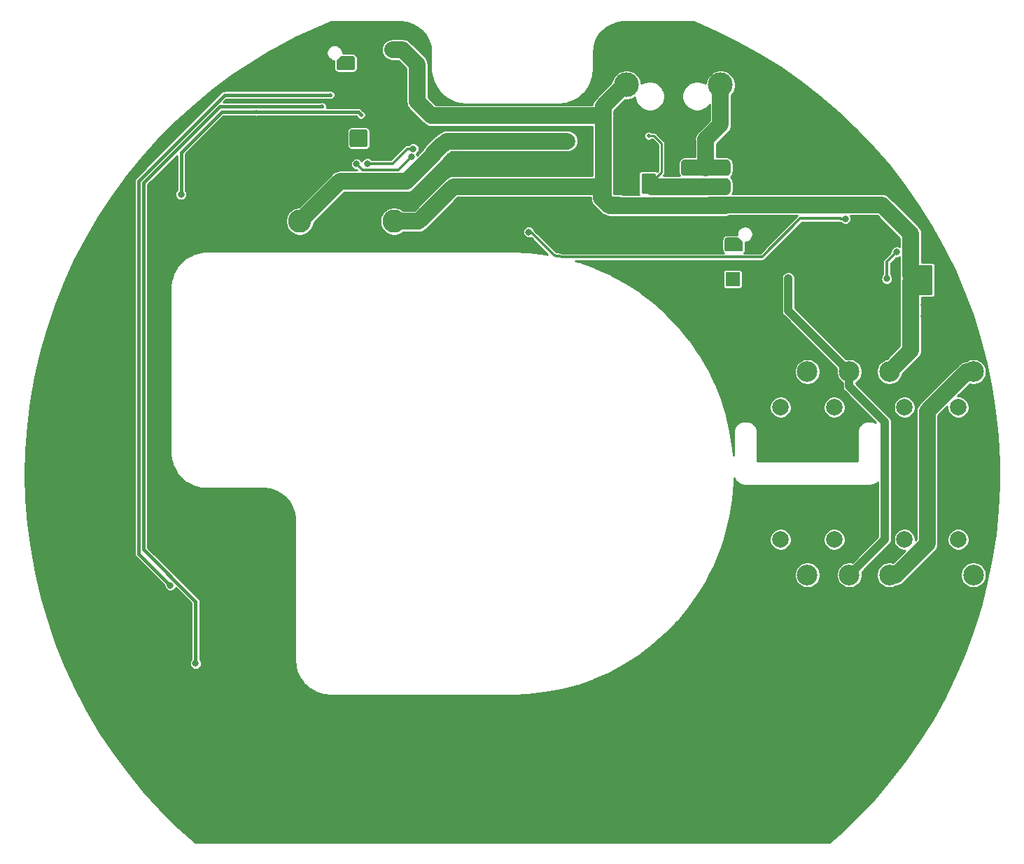
<source format=gbl>
%TF.GenerationSoftware,KiCad,Pcbnew,5.1.5+dfsg1-2build2*%
%TF.CreationDate,2021-12-22T23:08:45+01:00*%
%TF.ProjectId,uHoubolt_PCB_PMU,75486f75-626f-46c7-945f-5043425f504d,rev?*%
%TF.SameCoordinates,PX8583b00PY5f5e100*%
%TF.FileFunction,Copper,L2,Bot*%
%TF.FilePolarity,Positive*%
%FSLAX46Y46*%
G04 Gerber Fmt 4.6, Leading zero omitted, Abs format (unit mm)*
G04 Created by KiCad (PCBNEW 5.1.5+dfsg1-2build2) date 2021-12-22 23:08:45*
%MOMM*%
%LPD*%
G04 APERTURE LIST*
%TA.AperFunction,ComponentPad*%
%ADD10C,2.000000*%
%TD*%
%TA.AperFunction,SMDPad,CuDef*%
%ADD11C,0.100000*%
%TD*%
%TA.AperFunction,ComponentPad*%
%ADD12C,3.000000*%
%TD*%
%TA.AperFunction,ComponentPad*%
%ADD13C,2.500000*%
%TD*%
%TA.AperFunction,ComponentPad*%
%ADD14C,2.800000*%
%TD*%
%TA.AperFunction,ComponentPad*%
%ADD15C,0.800000*%
%TD*%
%TA.AperFunction,ComponentPad*%
%ADD16C,6.400000*%
%TD*%
%TA.AperFunction,ViaPad*%
%ADD17C,0.600000*%
%TD*%
%TA.AperFunction,Conductor*%
%ADD18C,0.100000*%
%TD*%
%TA.AperFunction,ViaPad*%
%ADD19C,0.500000*%
%TD*%
%TA.AperFunction,ComponentPad*%
%ADD20O,1.700000X1.700000*%
%TD*%
%TA.AperFunction,ComponentPad*%
%ADD21R,1.700000X1.700000*%
%TD*%
%TA.AperFunction,ComponentPad*%
%ADD22C,0.100000*%
%TD*%
%TA.AperFunction,ComponentPad*%
%ADD23O,2.200000X1.700000*%
%TD*%
%TA.AperFunction,ViaPad*%
%ADD24C,0.800000*%
%TD*%
%TA.AperFunction,Conductor*%
%ADD25C,2.000000*%
%TD*%
%TA.AperFunction,Conductor*%
%ADD26C,0.250000*%
%TD*%
%TA.AperFunction,Conductor*%
%ADD27C,0.400000*%
%TD*%
%TA.AperFunction,Conductor*%
%ADD28C,1.000000*%
%TD*%
%TA.AperFunction,Conductor*%
%ADD29C,0.300000*%
%TD*%
%TA.AperFunction,Conductor*%
%ADD30C,0.254000*%
%TD*%
G04 APERTURE END LIST*
D10*
%TO.P,J8,2*%
%TO.N,GND*%
X-14500000Y48730000D03*
%TO.P,J8,1*%
%TO.N,+12V*%
X-14500000Y51270000D03*
%TD*%
%TA.AperFunction,SMDPad,CuDef*%
D11*
%TO.P,JP1,3*%
%TO.N,+12V*%
G36*
X25949009Y33397592D02*
G01*
X25997545Y33390393D01*
X26045142Y33378470D01*
X26091342Y33361940D01*
X26135698Y33340961D01*
X26177785Y33315735D01*
X26217197Y33286505D01*
X26253553Y33253553D01*
X26286505Y33217197D01*
X26315735Y33177785D01*
X26340961Y33135698D01*
X26361940Y33091342D01*
X26378470Y33045142D01*
X26390393Y32997545D01*
X26397592Y32949009D01*
X26400000Y32900000D01*
X26400000Y31900000D01*
X26397592Y31850991D01*
X26390393Y31802455D01*
X26378470Y31754858D01*
X26361940Y31708658D01*
X26340961Y31664302D01*
X26315735Y31622215D01*
X26286505Y31582803D01*
X26253553Y31546447D01*
X26217197Y31513495D01*
X26177785Y31484265D01*
X26135698Y31459039D01*
X26091342Y31438060D01*
X26045142Y31421530D01*
X25997545Y31409607D01*
X25949009Y31402408D01*
X25900000Y31400000D01*
X20900000Y31400000D01*
X20850991Y31402408D01*
X20802455Y31409607D01*
X20754858Y31421530D01*
X20708658Y31438060D01*
X20664302Y31459039D01*
X20622215Y31484265D01*
X20582803Y31513495D01*
X20546447Y31546447D01*
X20513495Y31582803D01*
X20484265Y31622215D01*
X20459039Y31664302D01*
X20438060Y31708658D01*
X20421530Y31754858D01*
X20409607Y31802455D01*
X20402408Y31850991D01*
X20400000Y31900000D01*
X20400000Y32900000D01*
X20402408Y32949009D01*
X20409607Y32997545D01*
X20421530Y33045142D01*
X20438060Y33091342D01*
X20459039Y33135698D01*
X20484265Y33177785D01*
X20513495Y33217197D01*
X20546447Y33253553D01*
X20582803Y33286505D01*
X20622215Y33315735D01*
X20664302Y33340961D01*
X20708658Y33361940D01*
X20754858Y33378470D01*
X20802455Y33390393D01*
X20850991Y33397592D01*
X20900000Y33400000D01*
X25900000Y33400000D01*
X25949009Y33397592D01*
G37*
%TD.AperFunction*%
%TA.AperFunction,SMDPad,CuDef*%
%TO.P,JP1,1*%
%TO.N,PYRO*%
G36*
X25949009Y37997592D02*
G01*
X25997545Y37990393D01*
X26045142Y37978470D01*
X26091342Y37961940D01*
X26135698Y37940961D01*
X26177785Y37915735D01*
X26217197Y37886505D01*
X26253553Y37853553D01*
X26286505Y37817197D01*
X26315735Y37777785D01*
X26340961Y37735698D01*
X26361940Y37691342D01*
X26378470Y37645142D01*
X26390393Y37597545D01*
X26397592Y37549009D01*
X26400000Y37500000D01*
X26400000Y36500000D01*
X26397592Y36450991D01*
X26390393Y36402455D01*
X26378470Y36354858D01*
X26361940Y36308658D01*
X26340961Y36264302D01*
X26315735Y36222215D01*
X26286505Y36182803D01*
X26253553Y36146447D01*
X26217197Y36113495D01*
X26177785Y36084265D01*
X26135698Y36059039D01*
X26091342Y36038060D01*
X26045142Y36021530D01*
X25997545Y36009607D01*
X25949009Y36002408D01*
X25900000Y36000000D01*
X20900000Y36000000D01*
X20850991Y36002408D01*
X20802455Y36009607D01*
X20754858Y36021530D01*
X20708658Y36038060D01*
X20664302Y36059039D01*
X20622215Y36084265D01*
X20582803Y36113495D01*
X20546447Y36146447D01*
X20513495Y36182803D01*
X20484265Y36222215D01*
X20459039Y36264302D01*
X20438060Y36308658D01*
X20421530Y36354858D01*
X20409607Y36402455D01*
X20402408Y36450991D01*
X20400000Y36500000D01*
X20400000Y37500000D01*
X20402408Y37549009D01*
X20409607Y37597545D01*
X20421530Y37645142D01*
X20438060Y37691342D01*
X20459039Y37735698D01*
X20484265Y37777785D01*
X20513495Y37817197D01*
X20546447Y37853553D01*
X20582803Y37886505D01*
X20622215Y37915735D01*
X20664302Y37940961D01*
X20708658Y37961940D01*
X20754858Y37978470D01*
X20802455Y37990393D01*
X20850991Y37997592D01*
X20900000Y38000000D01*
X25900000Y38000000D01*
X25949009Y37997592D01*
G37*
%TD.AperFunction*%
%TA.AperFunction,SMDPad,CuDef*%
%TO.P,JP1,2*%
%TO.N,Net-(C15-Pad2)*%
G36*
X25949009Y35697592D02*
G01*
X25997545Y35690393D01*
X26045142Y35678470D01*
X26091342Y35661940D01*
X26135698Y35640961D01*
X26177785Y35615735D01*
X26217197Y35586505D01*
X26253553Y35553553D01*
X26286505Y35517197D01*
X26315735Y35477785D01*
X26340961Y35435698D01*
X26361940Y35391342D01*
X26378470Y35345142D01*
X26390393Y35297545D01*
X26397592Y35249009D01*
X26400000Y35200000D01*
X26400000Y34200000D01*
X26397592Y34150991D01*
X26390393Y34102455D01*
X26378470Y34054858D01*
X26361940Y34008658D01*
X26340961Y33964302D01*
X26315735Y33922215D01*
X26286505Y33882803D01*
X26253553Y33846447D01*
X26217197Y33813495D01*
X26177785Y33784265D01*
X26135698Y33759039D01*
X26091342Y33738060D01*
X26045142Y33721530D01*
X25997545Y33709607D01*
X25949009Y33702408D01*
X25900000Y33700000D01*
X20900000Y33700000D01*
X20850991Y33702408D01*
X20802455Y33709607D01*
X20754858Y33721530D01*
X20708658Y33738060D01*
X20664302Y33759039D01*
X20622215Y33784265D01*
X20582803Y33813495D01*
X20546447Y33846447D01*
X20513495Y33882803D01*
X20484265Y33922215D01*
X20459039Y33964302D01*
X20438060Y34008658D01*
X20421530Y34054858D01*
X20409607Y34102455D01*
X20402408Y34150991D01*
X20400000Y34200000D01*
X20400000Y35200000D01*
X20402408Y35249009D01*
X20409607Y35297545D01*
X20421530Y35345142D01*
X20438060Y35391342D01*
X20459039Y35435698D01*
X20484265Y35477785D01*
X20513495Y35517197D01*
X20546447Y35553553D01*
X20582803Y35586505D01*
X20622215Y35615735D01*
X20664302Y35640961D01*
X20708658Y35661940D01*
X20754858Y35678470D01*
X20802455Y35690393D01*
X20850991Y35697592D01*
X20900000Y35700000D01*
X25900000Y35700000D01*
X25949009Y35697592D01*
G37*
%TD.AperFunction*%
%TD*%
D12*
%TO.P,J3,2*%
%TO.N,GND*%
X19500000Y47000000D03*
%TO.P,J3,3*%
%TO.N,PYRO*%
X25200000Y47000000D03*
%TO.P,J3,1*%
%TO.N,+12V*%
X13800000Y47000000D03*
%TD*%
D13*
%TO.P,SW1,2*%
%TO.N,Net-(Q1-Pad2)*%
X40780000Y12300000D03*
%TO.P,SW1,1*%
%TO.N,GND*%
X30620000Y12300000D03*
%TO.P,SW1,3*%
%TO.N,N/C*%
X35700000Y12300000D03*
D10*
%TO.P,SW1,0*%
X32450000Y8000000D03*
X38950000Y8000000D03*
%TD*%
D13*
%TO.P,SW3,2*%
%TO.N,Net-(SW3-Pad2)*%
X55780000Y12300000D03*
%TO.P,SW3,1*%
%TO.N,+12V*%
X45620000Y12300000D03*
%TO.P,SW3,3*%
%TO.N,GND*%
X50700000Y12300000D03*
D10*
%TO.P,SW3,0*%
%TO.N,N/C*%
X47450000Y8000000D03*
X53950000Y8000000D03*
%TD*%
D13*
%TO.P,SW2,1*%
%TO.N,GND*%
X30620000Y-12300000D03*
%TO.P,SW2,2*%
%TO.N,Net-(Q1-Pad2)*%
X40780000Y-12300000D03*
%TO.P,SW2,3*%
%TO.N,N/C*%
X35700000Y-12300000D03*
D10*
%TO.P,SW2,0*%
X32450000Y-8000000D03*
X38950000Y-8000000D03*
%TD*%
D13*
%TO.P,SW4,1*%
%TO.N,Net-(SW3-Pad2)*%
X45620000Y-12300000D03*
%TO.P,SW4,2*%
%TO.N,PYRO*%
X55780000Y-12300000D03*
%TO.P,SW4,3*%
%TO.N,GND*%
X50700000Y-12300000D03*
D10*
%TO.P,SW4,0*%
%TO.N,N/C*%
X47450000Y-8000000D03*
X53950000Y-8000000D03*
%TD*%
D14*
%TO.P,U5,19*%
%TO.N,+5V*%
X-25700000Y30500000D03*
%TO.P,U5,18*%
%TO.N,GND*%
X-20000000Y30500000D03*
%TO.P,U5,17*%
%TO.N,+12V*%
X-14300000Y30500000D03*
D15*
%TO.P,U5,0*%
%TO.N,GND*%
X-5697056Y28302944D03*
X-2302944Y28302944D03*
X-5697056Y31697056D03*
X-6400000Y30000000D03*
X-4000000Y27600000D03*
X-1600000Y30000000D03*
X-4000000Y32400000D03*
D16*
X-4000000Y30000000D03*
D15*
X-2302944Y31697056D03*
X-5697056Y-33697056D03*
X-2302944Y-33697056D03*
X-5697056Y-30302944D03*
X-6400000Y-32000000D03*
X-4000000Y-34400000D03*
X-1600000Y-32000000D03*
X-4000000Y-29600000D03*
D16*
X-4000000Y-32000000D03*
D15*
X-2302944Y-30302944D03*
X-37697056Y-33697056D03*
X-34302944Y-33697056D03*
X-37697056Y-30302944D03*
X-38400000Y-32000000D03*
X-36000000Y-34400000D03*
X-33600000Y-32000000D03*
X-36000000Y-29600000D03*
D16*
X-36000000Y-32000000D03*
D15*
X-34302944Y-30302944D03*
X-37697056Y28302944D03*
X-34302944Y28302944D03*
X-37697056Y31697056D03*
X-38400000Y30000000D03*
X-36000000Y27600000D03*
X-33600000Y30000000D03*
X-36000000Y32400000D03*
D16*
X-36000000Y30000000D03*
D15*
X-34302944Y31697056D03*
%TD*%
D17*
%TO.N,N/C*%
%TO.C,U4*%
X-17825000Y41325000D03*
X-17825000Y40550000D03*
X-17825000Y39775000D03*
X-18600000Y41325000D03*
X-18600000Y40550000D03*
X-18600000Y39775000D03*
X-19375000Y41325000D03*
X-19375000Y40550000D03*
X-19375000Y39775000D03*
%TA.AperFunction,Conductor*%
D18*
G36*
X-17750495Y41623796D02*
G01*
X-17726227Y41620196D01*
X-17702428Y41614235D01*
X-17679329Y41605970D01*
X-17657150Y41595480D01*
X-17636107Y41582868D01*
X-17616401Y41568253D01*
X-17598223Y41551777D01*
X-17581747Y41533599D01*
X-17567132Y41513893D01*
X-17554520Y41492850D01*
X-17544030Y41470671D01*
X-17535765Y41447572D01*
X-17529804Y41423773D01*
X-17526204Y41399505D01*
X-17525000Y41375001D01*
X-17525000Y39724999D01*
X-17526204Y39700495D01*
X-17529804Y39676227D01*
X-17535765Y39652428D01*
X-17544030Y39629329D01*
X-17554520Y39607150D01*
X-17567132Y39586107D01*
X-17581747Y39566401D01*
X-17598223Y39548223D01*
X-17616401Y39531747D01*
X-17636107Y39517132D01*
X-17657150Y39504520D01*
X-17679329Y39494030D01*
X-17702428Y39485765D01*
X-17726227Y39479804D01*
X-17750495Y39476204D01*
X-17774999Y39475000D01*
X-19425001Y39475000D01*
X-19449505Y39476204D01*
X-19473773Y39479804D01*
X-19497572Y39485765D01*
X-19520671Y39494030D01*
X-19542850Y39504520D01*
X-19563893Y39517132D01*
X-19583599Y39531747D01*
X-19601777Y39548223D01*
X-19618253Y39566401D01*
X-19632868Y39586107D01*
X-19645480Y39607150D01*
X-19655970Y39629329D01*
X-19664235Y39652428D01*
X-19670196Y39676227D01*
X-19673796Y39700495D01*
X-19675000Y39724999D01*
X-19675000Y41375001D01*
X-19673796Y41399505D01*
X-19670196Y41423773D01*
X-19664235Y41447572D01*
X-19655970Y41470671D01*
X-19645480Y41492850D01*
X-19632868Y41513893D01*
X-19618253Y41533599D01*
X-19601777Y41551777D01*
X-19583599Y41568253D01*
X-19563893Y41582868D01*
X-19542850Y41595480D01*
X-19520671Y41605970D01*
X-19497572Y41614235D01*
X-19473773Y41620196D01*
X-19449505Y41623796D01*
X-19425001Y41625000D01*
X-17774999Y41625000D01*
X-17750495Y41623796D01*
G37*
%TD.AperFunction*%
%TD*%
D19*
%TO.N,GND*%
%TO.C,U3*%
X16215000Y37985000D03*
X16215000Y39235000D03*
X17465000Y37985000D03*
X17465000Y39235000D03*
%TA.AperFunction,Conductor*%
D18*
G36*
X17489505Y39483796D02*
G01*
X17513773Y39480196D01*
X17537572Y39474235D01*
X17560671Y39465970D01*
X17582850Y39455480D01*
X17603893Y39442868D01*
X17623599Y39428253D01*
X17641777Y39411777D01*
X17658253Y39393599D01*
X17672868Y39373893D01*
X17685480Y39352850D01*
X17695970Y39330671D01*
X17704235Y39307572D01*
X17710196Y39283773D01*
X17713796Y39259505D01*
X17715000Y39235001D01*
X17715000Y37984999D01*
X17713796Y37960495D01*
X17710196Y37936227D01*
X17704235Y37912428D01*
X17695970Y37889329D01*
X17685480Y37867150D01*
X17672868Y37846107D01*
X17658253Y37826401D01*
X17641777Y37808223D01*
X17623599Y37791747D01*
X17603893Y37777132D01*
X17582850Y37764520D01*
X17560671Y37754030D01*
X17537572Y37745765D01*
X17513773Y37739804D01*
X17489505Y37736204D01*
X17465001Y37735000D01*
X16214999Y37735000D01*
X16190495Y37736204D01*
X16166227Y37739804D01*
X16142428Y37745765D01*
X16119329Y37754030D01*
X16097150Y37764520D01*
X16076107Y37777132D01*
X16056401Y37791747D01*
X16038223Y37808223D01*
X16021747Y37826401D01*
X16007132Y37846107D01*
X15994520Y37867150D01*
X15984030Y37889329D01*
X15975765Y37912428D01*
X15969804Y37936227D01*
X15966204Y37960495D01*
X15965000Y37984999D01*
X15965000Y39235001D01*
X15966204Y39259505D01*
X15969804Y39283773D01*
X15975765Y39307572D01*
X15984030Y39330671D01*
X15994520Y39352850D01*
X16007132Y39373893D01*
X16021747Y39393599D01*
X16038223Y39411777D01*
X16056401Y39428253D01*
X16076107Y39442868D01*
X16097150Y39455480D01*
X16119329Y39465970D01*
X16142428Y39474235D01*
X16166227Y39480196D01*
X16190495Y39483796D01*
X16214999Y39485000D01*
X17465001Y39485000D01*
X17489505Y39483796D01*
G37*
%TD.AperFunction*%
%TD*%
D20*
%TO.P,TH1,2*%
%TO.N,GND*%
X29200000Y23500000D03*
D21*
%TO.P,TH1,1*%
%TO.N,/NTC*%
X26660000Y23500000D03*
%TD*%
D10*
%TO.P,J7,2*%
%TO.N,GND*%
X-7350000Y37680000D03*
%TO.P,J7,1*%
%TO.N,+5V*%
X-7350000Y40220000D03*
%TD*%
%TO.P,J6,2*%
%TO.N,GND*%
X-350000Y37680000D03*
%TO.P,J6,1*%
%TO.N,+5V*%
X-350000Y40220000D03*
%TD*%
%TO.P,J4,2*%
%TO.N,GND*%
X6650000Y37680000D03*
%TO.P,J4,1*%
%TO.N,+5V*%
X6650000Y40220000D03*
%TD*%
%TA.AperFunction,ComponentPad*%
D22*
%TO.P,J2,1*%
%TO.N,/Vbat*%
G36*
X25901227Y26854804D02*
G01*
X25854329Y26869030D01*
X25811107Y26892133D01*
X25773223Y26923223D01*
X25742133Y26961107D01*
X25719030Y27004329D01*
X25704804Y27051227D01*
X25700000Y27100000D01*
X25700000Y28300000D01*
X25704804Y28348773D01*
X25719030Y28395671D01*
X25742133Y28438893D01*
X25773223Y28476777D01*
X25811107Y28507867D01*
X25854329Y28530970D01*
X25901227Y28545196D01*
X25950000Y28550000D01*
X27250000Y28550000D01*
X27298773Y28545196D01*
X27345671Y28530970D01*
X27388893Y28507867D01*
X27426777Y28476777D01*
X27826777Y28076777D01*
X27857867Y28038893D01*
X27880970Y27995671D01*
X27895196Y27948773D01*
X27900000Y27900000D01*
X27900000Y27100000D01*
X27895196Y27051227D01*
X27880970Y27004329D01*
X27857867Y26961107D01*
X27826777Y26923223D01*
X27788893Y26892133D01*
X27745671Y26869030D01*
X27698773Y26854804D01*
X27650000Y26850000D01*
X25950000Y26850000D01*
X25901227Y26854804D01*
G37*
%TD.AperFunction*%
D23*
%TO.P,J2,2*%
%TO.N,GND*%
X26800000Y30200000D03*
%TD*%
%TA.AperFunction,ComponentPad*%
D22*
%TO.P,J1,1*%
%TO.N,/Vcharge*%
G36*
X-19251227Y50495196D02*
G01*
X-19204329Y50480970D01*
X-19161107Y50457867D01*
X-19123223Y50426777D01*
X-19092133Y50388893D01*
X-19069030Y50345671D01*
X-19054804Y50298773D01*
X-19050000Y50250000D01*
X-19050000Y49050000D01*
X-19054804Y49001227D01*
X-19069030Y48954329D01*
X-19092133Y48911107D01*
X-19123223Y48873223D01*
X-19161107Y48842133D01*
X-19204329Y48819030D01*
X-19251227Y48804804D01*
X-19300000Y48800000D01*
X-21000000Y48800000D01*
X-21048773Y48804804D01*
X-21095671Y48819030D01*
X-21138893Y48842133D01*
X-21176777Y48873223D01*
X-21207867Y48911107D01*
X-21230970Y48954329D01*
X-21245196Y49001227D01*
X-21250000Y49050000D01*
X-21250000Y49850000D01*
X-21245196Y49898773D01*
X-21230970Y49945671D01*
X-21207867Y49988893D01*
X-21176777Y50026777D01*
X-20776777Y50426777D01*
X-20738893Y50457867D01*
X-20695671Y50480970D01*
X-20648773Y50495196D01*
X-20600000Y50500000D01*
X-19300000Y50500000D01*
X-19251227Y50495196D01*
G37*
%TD.AperFunction*%
D23*
%TO.P,J1,2*%
%TO.N,GND*%
X-20150000Y52150000D03*
%TD*%
D15*
%TO.P,H4,1*%
%TO.N,GND*%
X32697056Y-38302944D03*
X31000000Y-37600000D03*
X29302944Y-38302944D03*
X28600000Y-40000000D03*
X29302944Y-41697056D03*
X31000000Y-42400000D03*
X32697056Y-41697056D03*
X33400000Y-40000000D03*
D16*
X31000000Y-40000000D03*
%TD*%
D15*
%TO.P,H3,1*%
%TO.N,GND*%
X-29302944Y-38302944D03*
X-31000000Y-37600000D03*
X-32697056Y-38302944D03*
X-33400000Y-40000000D03*
X-32697056Y-41697056D03*
X-31000000Y-42400000D03*
X-29302944Y-41697056D03*
X-28600000Y-40000000D03*
D16*
X-31000000Y-40000000D03*
%TD*%
D15*
%TO.P,H2,1*%
%TO.N,GND*%
X32697056Y41697056D03*
X31000000Y42400000D03*
X29302944Y41697056D03*
X28600000Y40000000D03*
X29302944Y38302944D03*
X31000000Y37600000D03*
X32697056Y38302944D03*
X33400000Y40000000D03*
D16*
X31000000Y40000000D03*
%TD*%
D15*
%TO.P,H1,1*%
%TO.N,GND*%
X-29302944Y41697056D03*
X-31000000Y42400000D03*
X-32697056Y41697056D03*
X-33400000Y40000000D03*
X-32697056Y38302944D03*
X-31000000Y37600000D03*
X-29302944Y38302944D03*
X-28600000Y40000000D03*
D16*
X-31000000Y40000000D03*
%TD*%
D24*
%TO.N,GND*%
X49800000Y20400000D03*
X51200000Y20400000D03*
X51200000Y19000000D03*
X49800000Y19000000D03*
X46600000Y27800000D03*
X45200000Y27800000D03*
X45200000Y29200000D03*
X-30000000Y-10000000D03*
X-50000000Y15000000D03*
X-50000000Y5000000D03*
X-50000000Y-5000000D03*
X-50000000Y-15000000D03*
X-40000000Y-10000000D03*
X-40000000Y-20000000D03*
X-30000000Y-20000000D03*
X25000000Y-20000000D03*
X35000000Y-20000000D03*
X35000000Y-30000000D03*
X25000000Y-30000000D03*
X15000000Y-30000000D03*
X5000000Y-30000000D03*
X-15000000Y-30000000D03*
X-30000000Y-30000000D03*
X25000000Y-40000000D03*
X20600000Y18600000D03*
X25000000Y50000000D03*
X15000000Y50000000D03*
X-25000000Y40000000D03*
X12600000Y-34600000D03*
D19*
X13400000Y35900000D03*
X13400000Y35100000D03*
X13400000Y34400000D03*
X14200000Y34400000D03*
X14200000Y35900000D03*
X18700000Y36200000D03*
X18700000Y37000000D03*
X50000000Y-20000000D03*
X50000000Y-30000000D03*
X-15000000Y-40000000D03*
X15000000Y-40000000D03*
X-50000000Y-25000000D03*
D24*
%TO.N,+12V*%
X50200000Y24600000D03*
X50200000Y23400000D03*
X50200000Y22200000D03*
X47800000Y23400000D03*
X49000000Y23400000D03*
X49000000Y22200000D03*
X47800000Y22200000D03*
D19*
%TO.N,GND*%
X-17024272Y38675728D03*
%TO.N,Net-(C15-Pad2)*%
X16490000Y40850000D03*
X16100000Y35850000D03*
X16900000Y35850000D03*
X16900000Y35050000D03*
X16100000Y35050000D03*
X16100000Y34250000D03*
X16900000Y34250000D03*
D24*
%TO.N,/~ACOK*%
X-41365693Y-13565693D03*
D19*
X-22000001Y45800000D03*
D24*
%TO.N,/~CHGOK*%
X-38300000Y-23000000D03*
D19*
X-23000000Y44400000D03*
D24*
%TO.N,Net-(Q2-Pad2)*%
X45300000Y23554998D03*
X46500000Y26800000D03*
%TO.N,Net-(L2-Pad2)*%
X-17513495Y37500009D03*
X-11976265Y39274662D03*
%TO.N,Net-(Q1-Pad2)*%
X33400000Y23600000D03*
%TO.N,/NTC*%
X-40055338Y33755338D03*
D19*
X-18300000Y43400000D03*
X-31000000Y43749990D03*
D24*
%TO.N,/SUPPLY_CURRENT_SENSE*%
X40300000Y30800000D03*
X2000000Y29200000D03*
%TO.N,/Vbat*%
X-18829799Y37440203D03*
X-12200000Y38300000D03*
%TD*%
D25*
%TO.N,Net-(SW3-Pad2)*%
X46406002Y-12300000D02*
X45620000Y-12300000D01*
X50200000Y-8506002D02*
X46406002Y-12300000D01*
X50200000Y7506002D02*
X50200000Y-8506002D01*
X55780000Y12300000D02*
X54993998Y12300000D01*
X54993998Y12300000D02*
X50200000Y7506002D01*
%TO.N,GND*%
X6660000Y37680000D02*
X-340000Y37680000D01*
X-7340000Y37680000D02*
X-340000Y37680000D01*
X-20000000Y31750000D02*
X-20000000Y30500000D01*
X-18649999Y33100001D02*
X-20000000Y31750000D01*
X-11919999Y33100001D02*
X-18649999Y33100001D01*
X-7340000Y37680000D02*
X-11919999Y33100001D01*
%TO.N,+12V*%
X48200000Y23200000D02*
X48200000Y14880000D01*
X48400000Y23400000D02*
X48200000Y23200000D01*
X48200000Y14880000D02*
X45620000Y12300000D01*
X23500000Y32400000D02*
X11800000Y32400000D01*
X11800000Y32400000D02*
X11600000Y32600000D01*
X11000000Y44400000D02*
X13600000Y47000000D01*
X13600000Y47000000D02*
X13800000Y47000000D01*
X11800000Y32400000D02*
X11000000Y33200000D01*
X13800000Y32400000D02*
X11800000Y32400000D01*
X11600000Y32500000D02*
X12900000Y32500000D01*
X10800000Y33300000D02*
X11600000Y32500000D01*
X10800000Y34600000D02*
X10800000Y33300000D01*
X10700000Y34700000D02*
X10800000Y34600000D01*
X-7100000Y34700000D02*
X10700000Y34700000D01*
X-11300000Y30500000D02*
X-7100000Y34700000D01*
X-14300000Y30500000D02*
X-11300000Y30500000D01*
X11000000Y33200000D02*
X11000000Y43300000D01*
X11000000Y43300000D02*
X11000000Y44400000D01*
X-13270000Y51270000D02*
X-14500000Y51270000D01*
X-11500000Y49500000D02*
X-13270000Y51270000D01*
X-11500000Y45000000D02*
X-11500000Y49500000D01*
X-9800000Y43300000D02*
X-11500000Y45000000D01*
X11000000Y43300000D02*
X-9800000Y43300000D01*
X23900000Y32500000D02*
X40650000Y32500000D01*
X23800000Y32400000D02*
X23900000Y32500000D01*
X48200000Y29000000D02*
X48200000Y24000000D01*
X44700000Y32500000D02*
X48200000Y29000000D01*
X40800000Y32500000D02*
X44700000Y32500000D01*
%TO.N,+5V*%
X-7350000Y40220000D02*
X-350000Y40220000D01*
X-350000Y40220000D02*
X6650000Y40220000D01*
X-8251995Y39880001D02*
X-7911996Y40220000D01*
X-9550001Y38736001D02*
X-8406001Y39880001D01*
X-9550001Y38581995D02*
X-9550001Y38736001D01*
X-7911996Y40220000D02*
X-7340000Y40220000D01*
X-12781996Y35350000D02*
X-9550001Y38581995D01*
X-8406001Y39880001D02*
X-8251995Y39880001D01*
X-20850000Y35350000D02*
X-12781996Y35350000D01*
X-25700000Y30500000D02*
X-20850000Y35350000D01*
%TO.N,Net-(C15-Pad2)*%
X23400000Y34700000D02*
X16900000Y34700000D01*
D26*
X17450000Y35850000D02*
X16100000Y35850000D01*
X18040010Y36440010D02*
X17450000Y35850000D01*
X18040010Y39959990D02*
X18040010Y36440010D01*
X17150000Y40850000D02*
X18040010Y39959990D01*
X16490000Y40850000D02*
X17150000Y40850000D01*
D27*
%TO.N,/~ACOK*%
X-41365693Y-13565693D02*
X-45200011Y-9731375D01*
X-45200011Y35397075D02*
X-34797086Y45800000D01*
X-45200011Y-9731375D02*
X-45200011Y35397075D01*
X-34797086Y45800000D02*
X-22353554Y45800000D01*
X-22353554Y45800000D02*
X-22000001Y45800000D01*
%TO.N,/~CHGOK*%
X-23353553Y44400000D02*
X-23000000Y44400000D01*
X-35348543Y44400000D02*
X-23353553Y44400000D01*
X-44600000Y35148543D02*
X-35348543Y44400000D01*
X-38300000Y-15500000D02*
X-44600000Y-9200000D01*
X-38300000Y-23000000D02*
X-38300000Y-15500000D01*
X-44600000Y-9200000D02*
X-44600000Y35148543D01*
D25*
%TO.N,PYRO*%
X25200000Y42200000D02*
X25200000Y47000000D01*
X23400000Y37000000D02*
X23400000Y40400000D01*
X23400000Y40400000D02*
X25200000Y42200000D01*
D28*
%TO.N,Net-(Q1-Pad2)*%
X42029999Y-11050001D02*
X40780000Y-12300000D01*
X45048588Y-8031412D02*
X42029999Y-11050001D01*
X45048588Y6263646D02*
X45048588Y-8031412D01*
X40780000Y10532234D02*
X45048588Y6263646D01*
X40780000Y12300000D02*
X40780000Y10532234D01*
D29*
%TO.N,Net-(Q2-Pad2)*%
X45300000Y23554998D02*
X45300000Y25600000D01*
X45300000Y25600000D02*
X46500000Y26800000D01*
%TO.N,Net-(L2-Pad2)*%
X-12541950Y39274662D02*
X-11976265Y39274662D01*
X-12725338Y39274662D02*
X-12541950Y39274662D01*
X-14499991Y37500009D02*
X-12725338Y39274662D01*
X-17513495Y37500009D02*
X-14499991Y37500009D01*
D28*
%TO.N,Net-(Q1-Pad2)*%
X33400000Y19680000D02*
X33400000Y23600000D01*
X40780000Y12300000D02*
X33400000Y19680000D01*
D27*
%TO.N,/NTC*%
X-35150010Y43749990D02*
X-31353553Y43749990D01*
X-31353553Y43749990D02*
X-31000000Y43749990D01*
X-40055338Y38844662D02*
X-35150010Y43749990D01*
X-40055338Y33755338D02*
X-40055338Y38844662D01*
X-18300000Y43400000D02*
X-18649990Y43749990D01*
X-18649990Y43749990D02*
X-30646447Y43749990D01*
X-30646447Y43749990D02*
X-31000000Y43749990D01*
D29*
%TO.N,/SUPPLY_CURRENT_SENSE*%
X2263706Y29200000D02*
X2000000Y29200000D01*
X5071351Y26391682D02*
X5069816Y26393890D01*
X5717506Y26259276D02*
X5716026Y26261521D01*
X5069816Y26393890D02*
X2263706Y29200000D01*
X5393328Y26329687D02*
X5071351Y26391682D01*
X30197903Y26200000D02*
X5989263Y26200000D01*
X5394835Y26327461D02*
X5393328Y26329687D01*
X5989263Y26200000D02*
X5717506Y26259276D01*
X34847914Y30850011D02*
X30197903Y26200000D01*
X39684304Y30850011D02*
X34847914Y30850011D01*
X39734315Y30800000D02*
X39684304Y30850011D01*
X5716026Y26261521D02*
X5394835Y26327461D01*
X40300000Y30800000D02*
X39734315Y30800000D01*
%TO.N,/Vbat*%
X-18829799Y37440203D02*
X-18139595Y36749999D01*
X-18139595Y36749999D02*
X-13750001Y36749999D01*
X-13750001Y36749999D02*
X-12599999Y37900001D01*
X-12599999Y37900001D02*
X-12200000Y38300000D01*
%TD*%
D30*
%TO.N,GND*%
G36*
X-13522990Y54634312D02*
G01*
X-12796177Y54563048D01*
X-12113889Y54357052D01*
X-11484603Y54022456D01*
X-10932288Y53572000D01*
X-10477991Y53022849D01*
X-10139008Y52395915D01*
X-9928253Y51715075D01*
X-9852000Y50989574D01*
X-9851999Y48977198D01*
X-9851940Y48976600D01*
X-9851901Y48965342D01*
X-9850347Y48950047D01*
X-9850455Y48934662D01*
X-9849975Y48929771D01*
X-9768373Y48153383D01*
X-9761956Y48122123D01*
X-9755980Y48090794D01*
X-9754559Y48086089D01*
X-9523711Y47340339D01*
X-9511364Y47310968D01*
X-9499397Y47281348D01*
X-9497089Y47277008D01*
X-9125786Y46590298D01*
X-9107943Y46563844D01*
X-9090477Y46537154D01*
X-9087371Y46533345D01*
X-8589757Y45931834D01*
X-8567180Y45909414D01*
X-8544799Y45886559D01*
X-8541011Y45883426D01*
X-7936041Y45390025D01*
X-7909483Y45372380D01*
X-7883144Y45354345D01*
X-7878820Y45352007D01*
X-7189536Y44985508D01*
X-7160046Y44973353D01*
X-7130717Y44960783D01*
X-7126021Y44959330D01*
X-6378676Y44733693D01*
X-6347415Y44727503D01*
X-6316174Y44720862D01*
X-6311288Y44720349D01*
X-6311286Y44720349D01*
X-5534564Y44644191D01*
X-5517292Y44642490D01*
X5517292Y44642490D01*
X5517901Y44642550D01*
X5529148Y44642589D01*
X5544443Y44644143D01*
X5559828Y44644035D01*
X5564719Y44644515D01*
X6341107Y44726117D01*
X6372367Y44732534D01*
X6403696Y44738510D01*
X6408401Y44739931D01*
X7154151Y44970779D01*
X7183522Y44983126D01*
X7213142Y44995093D01*
X7217482Y44997401D01*
X7904192Y45368704D01*
X7930646Y45386547D01*
X7957336Y45404013D01*
X7961145Y45407119D01*
X8562656Y45904733D01*
X8585076Y45927310D01*
X8607931Y45949691D01*
X8611064Y45953479D01*
X9104465Y46558449D01*
X9122110Y46585007D01*
X9140145Y46611346D01*
X9142483Y46615670D01*
X9508982Y47304954D01*
X9521137Y47334444D01*
X9533707Y47363773D01*
X9535160Y47368469D01*
X9760797Y48115814D01*
X9766987Y48147075D01*
X9773628Y48178316D01*
X9774141Y48183204D01*
X9850320Y48960141D01*
X9852000Y48977198D01*
X9852000Y50977275D01*
X9923131Y51702731D01*
X10128815Y52383988D01*
X10462910Y53012329D01*
X10912684Y53563806D01*
X11461005Y54017418D01*
X12086997Y54355891D01*
X12766805Y54566327D01*
X13491135Y54642457D01*
X13500341Y54642489D01*
X21920189Y54625036D01*
X24599471Y53473847D01*
X27273753Y52160754D01*
X29878184Y50714039D01*
X32406085Y49137409D01*
X34850967Y47434916D01*
X37206594Y45610901D01*
X39466917Y43670050D01*
X41626158Y41617321D01*
X43678781Y39457977D01*
X45619513Y37197569D01*
X47443419Y34841843D01*
X49145797Y32396868D01*
X50722291Y29868907D01*
X52168875Y27264412D01*
X53481837Y24590066D01*
X54657818Y21852708D01*
X55693796Y19059379D01*
X56587129Y16217202D01*
X57335521Y13333474D01*
X57937056Y10415587D01*
X58390202Y7470973D01*
X58693789Y4507218D01*
X58847042Y1531909D01*
X58849567Y-1447358D01*
X58701362Y-4422921D01*
X58402803Y-7387186D01*
X57954654Y-10332559D01*
X57358071Y-13251449D01*
X56614564Y-16136468D01*
X55726051Y-18980162D01*
X54694818Y-21775231D01*
X53523483Y-24514574D01*
X52215063Y-27191136D01*
X50772896Y-29798086D01*
X49200683Y-32328732D01*
X47502451Y-34776594D01*
X45682566Y-37135383D01*
X43745651Y-39399102D01*
X41696703Y-41561914D01*
X39539582Y-43619607D01*
X38356649Y-44661341D01*
X-38374486Y-44659227D01*
X-40495400Y-42749626D01*
X-42606369Y-40646098D01*
X-44608198Y-38438479D01*
X-46495796Y-36132380D01*
X-48264282Y-33733767D01*
X-49909172Y-31248719D01*
X-51426224Y-28683642D01*
X-52811550Y-26045118D01*
X-54061616Y-23339871D01*
X-55173218Y-20574838D01*
X-56143501Y-17757118D01*
X-56969985Y-14893917D01*
X-57650554Y-11992563D01*
X-58183464Y-9060492D01*
X-58567348Y-6105216D01*
X-58801225Y-3134317D01*
X-58884495Y-155362D01*
X-58816945Y2823989D01*
X-58598750Y5796072D01*
X-58230465Y8753339D01*
X-57713034Y11688182D01*
X-57047784Y14593088D01*
X-56236418Y17460620D01*
X-55281019Y20283413D01*
X-54184024Y23054273D01*
X-52948249Y25766079D01*
X-51576867Y28411876D01*
X-50073369Y30984926D01*
X-48441627Y33478602D01*
X-47042712Y35397075D01*
X-45729560Y35397075D01*
X-45727010Y35371184D01*
X-45727011Y-9705494D01*
X-45729560Y-9731375D01*
X-45727011Y-9757255D01*
X-45719385Y-9834684D01*
X-45689250Y-9934024D01*
X-45640315Y-10025577D01*
X-45574459Y-10105823D01*
X-45554345Y-10122330D01*
X-42092693Y-13583984D01*
X-42092693Y-13637296D01*
X-42064755Y-13777751D01*
X-42009952Y-13910057D01*
X-41930391Y-14029129D01*
X-41829129Y-14130391D01*
X-41710057Y-14209952D01*
X-41577751Y-14264755D01*
X-41437296Y-14292693D01*
X-41294090Y-14292693D01*
X-41153635Y-14264755D01*
X-41021329Y-14209952D01*
X-40902257Y-14130391D01*
X-40800995Y-14029129D01*
X-40721434Y-13910057D01*
X-40696186Y-13849103D01*
X-38826999Y-15718291D01*
X-38827000Y-22498866D01*
X-38864698Y-22536564D01*
X-38944259Y-22655636D01*
X-38999062Y-22787942D01*
X-39027000Y-22928397D01*
X-39027000Y-23071603D01*
X-38999062Y-23212058D01*
X-38944259Y-23344364D01*
X-38864698Y-23463436D01*
X-38763436Y-23564698D01*
X-38644364Y-23644259D01*
X-38512058Y-23699062D01*
X-38371603Y-23727000D01*
X-38228397Y-23727000D01*
X-38087942Y-23699062D01*
X-37955636Y-23644259D01*
X-37836564Y-23564698D01*
X-37735302Y-23463436D01*
X-37655741Y-23344364D01*
X-37600938Y-23212058D01*
X-37573000Y-23071603D01*
X-37573000Y-22928397D01*
X-37600938Y-22787942D01*
X-37655741Y-22655636D01*
X-37735302Y-22536564D01*
X-37773000Y-22498866D01*
X-37773000Y-15525877D01*
X-37770451Y-15499999D01*
X-37773000Y-15474119D01*
X-37780626Y-15396690D01*
X-37810761Y-15297350D01*
X-37859696Y-15205798D01*
X-37925552Y-15125552D01*
X-37945661Y-15109049D01*
X-44073000Y-8981711D01*
X-44073000Y22517291D01*
X-41352000Y22517291D01*
X-41351999Y2482708D01*
X-41351940Y2482110D01*
X-41351901Y2470852D01*
X-41350347Y2455557D01*
X-41350455Y2440172D01*
X-41349975Y2435281D01*
X-41268373Y1658893D01*
X-41261956Y1627633D01*
X-41255980Y1596304D01*
X-41254559Y1591599D01*
X-41023711Y845849D01*
X-41011364Y816478D01*
X-40999397Y786858D01*
X-40997089Y782518D01*
X-40625786Y95808D01*
X-40607943Y69354D01*
X-40590477Y42664D01*
X-40587371Y38855D01*
X-40089757Y-562656D01*
X-40067180Y-585076D01*
X-40044799Y-607931D01*
X-40041011Y-611064D01*
X-39436041Y-1104465D01*
X-39409483Y-1122110D01*
X-39383144Y-1140145D01*
X-39378820Y-1142483D01*
X-38689536Y-1508982D01*
X-38660046Y-1521137D01*
X-38630717Y-1533707D01*
X-38626021Y-1535160D01*
X-37878676Y-1760797D01*
X-37847415Y-1766987D01*
X-37816174Y-1773628D01*
X-37811288Y-1774141D01*
X-37811286Y-1774141D01*
X-37034564Y-1850299D01*
X-37017292Y-1852000D01*
X-30017215Y-1852000D01*
X-29291759Y-1923131D01*
X-28610502Y-2128815D01*
X-27982161Y-2462910D01*
X-27430684Y-2912684D01*
X-26977072Y-3461005D01*
X-26638599Y-4086997D01*
X-26428163Y-4766805D01*
X-26352033Y-5491135D01*
X-26352000Y-5500648D01*
X-26351999Y-22517292D01*
X-26351940Y-22517890D01*
X-26351901Y-22529148D01*
X-26350347Y-22544443D01*
X-26350455Y-22559828D01*
X-26349975Y-22564719D01*
X-26268373Y-23341107D01*
X-26261956Y-23372367D01*
X-26255980Y-23403696D01*
X-26254559Y-23408401D01*
X-26023711Y-24154151D01*
X-26011364Y-24183522D01*
X-25999397Y-24213142D01*
X-25997089Y-24217482D01*
X-25625786Y-24904192D01*
X-25607943Y-24930646D01*
X-25590477Y-24957336D01*
X-25587371Y-24961145D01*
X-25089757Y-25562656D01*
X-25067180Y-25585076D01*
X-25044799Y-25607931D01*
X-25041011Y-25611064D01*
X-24436041Y-26104465D01*
X-24409483Y-26122110D01*
X-24383144Y-26140145D01*
X-24378820Y-26142483D01*
X-23689536Y-26508982D01*
X-23660046Y-26521137D01*
X-23630717Y-26533707D01*
X-23626021Y-26535160D01*
X-22878676Y-26760797D01*
X-22847415Y-26766987D01*
X-22816174Y-26773628D01*
X-22811288Y-26774141D01*
X-22811286Y-26774141D01*
X-22034564Y-26850299D01*
X-22017292Y-26852000D01*
X17292Y-26852000D01*
X23409Y-26851398D01*
X1860832Y-26787233D01*
X1861445Y-26787188D01*
X1862060Y-26787188D01*
X1886563Y-26785388D01*
X3909216Y-26565658D01*
X3910420Y-26565480D01*
X3911658Y-26565385D01*
X3935677Y-26561752D01*
X3935951Y-26561711D01*
X3935976Y-26561705D01*
X5935786Y-26187451D01*
X5936979Y-26187180D01*
X5938200Y-26186991D01*
X5962139Y-26181464D01*
X7927368Y-25654883D01*
X7928540Y-25654520D01*
X7929739Y-25654239D01*
X7952926Y-25646972D01*
X7953184Y-25646892D01*
X7953207Y-25646883D01*
X9872222Y-24971091D01*
X9873361Y-24970640D01*
X9874537Y-24970267D01*
X9897349Y-24961143D01*
X11758883Y-24140108D01*
X11759982Y-24139572D01*
X11761128Y-24139109D01*
X11783173Y-24128261D01*
X13576232Y-23166831D01*
X13577288Y-23166212D01*
X13578395Y-23165662D01*
X13599333Y-23153279D01*
X13599542Y-23153156D01*
X13599560Y-23153143D01*
X15313557Y-22056997D01*
X15314563Y-22056298D01*
X15315623Y-22055666D01*
X15335749Y-22041574D01*
X16960616Y-20817149D01*
X16961567Y-20816373D01*
X16962574Y-20815663D01*
X16981559Y-20800068D01*
X18507700Y-19454593D01*
X18508584Y-19453751D01*
X18509538Y-19452962D01*
X18527271Y-19435956D01*
X19945691Y-17977363D01*
X19946509Y-17976454D01*
X19947398Y-17975596D01*
X19963774Y-17957280D01*
X21266112Y-16394166D01*
X21266861Y-16393193D01*
X21267679Y-16392272D01*
X21282601Y-16372754D01*
X22461179Y-14714332D01*
X22461849Y-14713308D01*
X22462596Y-14712324D01*
X22475892Y-14691848D01*
X22475977Y-14691719D01*
X22475983Y-14691707D01*
X23523850Y-12947765D01*
X23524436Y-12946700D01*
X23525109Y-12945655D01*
X23536688Y-12924416D01*
X23536870Y-12924084D01*
X23536884Y-12924052D01*
X23927165Y-12144679D01*
X34123000Y-12144679D01*
X34123000Y-12455321D01*
X34183604Y-12759994D01*
X34302481Y-13046989D01*
X34475064Y-13305279D01*
X34694721Y-13524936D01*
X34953011Y-13697519D01*
X35240006Y-13816396D01*
X35544679Y-13877000D01*
X35855321Y-13877000D01*
X36159994Y-13816396D01*
X36446989Y-13697519D01*
X36705279Y-13524936D01*
X36924936Y-13305279D01*
X37097519Y-13046989D01*
X37216396Y-12759994D01*
X37277000Y-12455321D01*
X37277000Y-12144679D01*
X37216396Y-11840006D01*
X37097519Y-11553011D01*
X36924936Y-11294721D01*
X36705279Y-11075064D01*
X36446989Y-10902481D01*
X36159994Y-10783604D01*
X35855321Y-10723000D01*
X35544679Y-10723000D01*
X35240006Y-10783604D01*
X34953011Y-10902481D01*
X34694721Y-11075064D01*
X34475064Y-11294721D01*
X34302481Y-11553011D01*
X34183604Y-11840006D01*
X34123000Y-12144679D01*
X23927165Y-12144679D01*
X24447859Y-11104878D01*
X24448365Y-11103762D01*
X24448952Y-11102677D01*
X24458918Y-11080502D01*
X24459024Y-11080267D01*
X24459032Y-11080244D01*
X25227760Y-9196534D01*
X25228176Y-9195393D01*
X25228682Y-9194255D01*
X25237004Y-9171139D01*
X25654977Y-7869302D01*
X31123000Y-7869302D01*
X31123000Y-8130698D01*
X31173996Y-8387072D01*
X31274028Y-8628570D01*
X31419252Y-8845913D01*
X31604087Y-9030748D01*
X31821430Y-9175972D01*
X32062928Y-9276004D01*
X32319302Y-9327000D01*
X32580698Y-9327000D01*
X32837072Y-9276004D01*
X33078570Y-9175972D01*
X33295913Y-9030748D01*
X33480748Y-8845913D01*
X33625972Y-8628570D01*
X33726004Y-8387072D01*
X33777000Y-8130698D01*
X33777000Y-7869302D01*
X37623000Y-7869302D01*
X37623000Y-8130698D01*
X37673996Y-8387072D01*
X37774028Y-8628570D01*
X37919252Y-8845913D01*
X38104087Y-9030748D01*
X38321430Y-9175972D01*
X38562928Y-9276004D01*
X38819302Y-9327000D01*
X39080698Y-9327000D01*
X39337072Y-9276004D01*
X39578570Y-9175972D01*
X39795913Y-9030748D01*
X39980748Y-8845913D01*
X40125972Y-8628570D01*
X40226004Y-8387072D01*
X40277000Y-8130698D01*
X40277000Y-7869302D01*
X40226004Y-7612928D01*
X40125972Y-7371430D01*
X39980748Y-7154087D01*
X39795913Y-6969252D01*
X39578570Y-6824028D01*
X39337072Y-6723996D01*
X39080698Y-6673000D01*
X38819302Y-6673000D01*
X38562928Y-6723996D01*
X38321430Y-6824028D01*
X38104087Y-6969252D01*
X37919252Y-7154087D01*
X37774028Y-7371430D01*
X37673996Y-7612928D01*
X37623000Y-7869302D01*
X33777000Y-7869302D01*
X33726004Y-7612928D01*
X33625972Y-7371430D01*
X33480748Y-7154087D01*
X33295913Y-6969252D01*
X33078570Y-6824028D01*
X32837072Y-6723996D01*
X32580698Y-6673000D01*
X32319302Y-6673000D01*
X32062928Y-6723996D01*
X31821430Y-6824028D01*
X31604087Y-6969252D01*
X31419252Y-7154087D01*
X31274028Y-7371430D01*
X31173996Y-7612928D01*
X31123000Y-7869302D01*
X25654977Y-7869302D01*
X25858957Y-7233980D01*
X25859285Y-7232805D01*
X25859701Y-7231637D01*
X25866225Y-7207950D01*
X26337729Y-5228785D01*
X26337965Y-5227591D01*
X26338291Y-5226393D01*
X26342926Y-5202545D01*
X26342979Y-5202275D01*
X26342982Y-5202249D01*
X26661252Y-3192770D01*
X26661396Y-3191561D01*
X26661629Y-3190341D01*
X26664420Y-3166212D01*
X26664453Y-3165935D01*
X26664454Y-3165909D01*
X26827621Y-1137935D01*
X26827672Y-1136713D01*
X26827810Y-1135485D01*
X26828753Y-1110934D01*
X26830692Y-555465D01*
X26841879Y-591605D01*
X26854226Y-620976D01*
X26866193Y-650596D01*
X26868500Y-654935D01*
X26961325Y-826612D01*
X26979158Y-853050D01*
X26996635Y-879758D01*
X26999742Y-883567D01*
X27124146Y-1033945D01*
X27146759Y-1056400D01*
X27169104Y-1079219D01*
X27172892Y-1082351D01*
X27324134Y-1205701D01*
X27350676Y-1223336D01*
X27377031Y-1241381D01*
X27381354Y-1243719D01*
X27553677Y-1335344D01*
X27583167Y-1347499D01*
X27612496Y-1360069D01*
X27617191Y-1361523D01*
X27804027Y-1417932D01*
X27835304Y-1424125D01*
X27866528Y-1430762D01*
X27871416Y-1431275D01*
X28065650Y-1450320D01*
X28082708Y-1452000D01*
X43317292Y-1452000D01*
X43332678Y-1450485D01*
X43338884Y-1450528D01*
X43343776Y-1450048D01*
X43537873Y-1429647D01*
X43569145Y-1423228D01*
X43600462Y-1417254D01*
X43605165Y-1415834D01*
X43605171Y-1415832D01*
X43791605Y-1358121D01*
X43820976Y-1345774D01*
X43850596Y-1333807D01*
X43854935Y-1331500D01*
X44026612Y-1238675D01*
X44053050Y-1220842D01*
X44079758Y-1203365D01*
X44083567Y-1200258D01*
X44221589Y-1086076D01*
X44221589Y-7688856D01*
X41473958Y-10436489D01*
X41473947Y-10436498D01*
X41145615Y-10764831D01*
X40935321Y-10723000D01*
X40624679Y-10723000D01*
X40320006Y-10783604D01*
X40033011Y-10902481D01*
X39774721Y-11075064D01*
X39555064Y-11294721D01*
X39382481Y-11553011D01*
X39263604Y-11840006D01*
X39203000Y-12144679D01*
X39203000Y-12455321D01*
X39263604Y-12759994D01*
X39382481Y-13046989D01*
X39555064Y-13305279D01*
X39774721Y-13524936D01*
X40033011Y-13697519D01*
X40320006Y-13816396D01*
X40624679Y-13877000D01*
X40935321Y-13877000D01*
X41239994Y-13816396D01*
X41526989Y-13697519D01*
X41785279Y-13524936D01*
X42004936Y-13305279D01*
X42177519Y-13046989D01*
X42296396Y-12759994D01*
X42357000Y-12455321D01*
X42357000Y-12144679D01*
X44043000Y-12144679D01*
X44043000Y-12455321D01*
X44103604Y-12759994D01*
X44222481Y-13046989D01*
X44395064Y-13305279D01*
X44614721Y-13524936D01*
X44873011Y-13697519D01*
X45160006Y-13816396D01*
X45464679Y-13877000D01*
X45775321Y-13877000D01*
X46079994Y-13816396D01*
X46366989Y-13697519D01*
X46472761Y-13626845D01*
X46666139Y-13607799D01*
X46916280Y-13531919D01*
X47146810Y-13408698D01*
X47348872Y-13242870D01*
X47390427Y-13192235D01*
X48437983Y-12144679D01*
X54203000Y-12144679D01*
X54203000Y-12455321D01*
X54263604Y-12759994D01*
X54382481Y-13046989D01*
X54555064Y-13305279D01*
X54774721Y-13524936D01*
X55033011Y-13697519D01*
X55320006Y-13816396D01*
X55624679Y-13877000D01*
X55935321Y-13877000D01*
X56239994Y-13816396D01*
X56526989Y-13697519D01*
X56785279Y-13524936D01*
X57004936Y-13305279D01*
X57177519Y-13046989D01*
X57296396Y-12759994D01*
X57357000Y-12455321D01*
X57357000Y-12144679D01*
X57296396Y-11840006D01*
X57177519Y-11553011D01*
X57004936Y-11294721D01*
X56785279Y-11075064D01*
X56526989Y-10902481D01*
X56239994Y-10783604D01*
X55935321Y-10723000D01*
X55624679Y-10723000D01*
X55320006Y-10783604D01*
X55033011Y-10902481D01*
X54774721Y-11075064D01*
X54555064Y-11294721D01*
X54382481Y-11553011D01*
X54263604Y-11840006D01*
X54203000Y-12144679D01*
X48437983Y-12144679D01*
X51092240Y-9490423D01*
X51142870Y-9448872D01*
X51187308Y-9394724D01*
X51308697Y-9246812D01*
X51431919Y-9016280D01*
X51441901Y-8983373D01*
X51507799Y-8766139D01*
X51527000Y-8571186D01*
X51527000Y-8571174D01*
X51533419Y-8506003D01*
X51527000Y-8440831D01*
X51527000Y-7869302D01*
X52623000Y-7869302D01*
X52623000Y-8130698D01*
X52673996Y-8387072D01*
X52774028Y-8628570D01*
X52919252Y-8845913D01*
X53104087Y-9030748D01*
X53321430Y-9175972D01*
X53562928Y-9276004D01*
X53819302Y-9327000D01*
X54080698Y-9327000D01*
X54337072Y-9276004D01*
X54578570Y-9175972D01*
X54795913Y-9030748D01*
X54980748Y-8845913D01*
X55125972Y-8628570D01*
X55226004Y-8387072D01*
X55277000Y-8130698D01*
X55277000Y-7869302D01*
X55226004Y-7612928D01*
X55125972Y-7371430D01*
X54980748Y-7154087D01*
X54795913Y-6969252D01*
X54578570Y-6824028D01*
X54337072Y-6723996D01*
X54080698Y-6673000D01*
X53819302Y-6673000D01*
X53562928Y-6723996D01*
X53321430Y-6824028D01*
X53104087Y-6969252D01*
X52919252Y-7154087D01*
X52774028Y-7371430D01*
X52673996Y-7612928D01*
X52623000Y-7869302D01*
X51527000Y-7869302D01*
X51527000Y6956342D01*
X52623000Y8052342D01*
X52623000Y7869302D01*
X52673996Y7612928D01*
X52774028Y7371430D01*
X52919252Y7154087D01*
X53104087Y6969252D01*
X53321430Y6824028D01*
X53562928Y6723996D01*
X53819302Y6673000D01*
X54080698Y6673000D01*
X54337072Y6723996D01*
X54578570Y6824028D01*
X54795913Y6969252D01*
X54980748Y7154087D01*
X55125972Y7371430D01*
X55226004Y7612928D01*
X55277000Y7869302D01*
X55277000Y8130698D01*
X55226004Y8387072D01*
X55125972Y8628570D01*
X54980748Y8845913D01*
X54795913Y9030748D01*
X54578570Y9175972D01*
X54337072Y9276004D01*
X54080698Y9327000D01*
X53897659Y9327000D01*
X55348579Y10777920D01*
X55624679Y10723000D01*
X55935321Y10723000D01*
X56239994Y10783604D01*
X56526989Y10902481D01*
X56785279Y11075064D01*
X57004936Y11294721D01*
X57177519Y11553011D01*
X57296396Y11840006D01*
X57357000Y12144679D01*
X57357000Y12455321D01*
X57296396Y12759994D01*
X57177519Y13046989D01*
X57004936Y13305279D01*
X56785279Y13524936D01*
X56526989Y13697519D01*
X56239994Y13816396D01*
X55935321Y13877000D01*
X55624679Y13877000D01*
X55320006Y13816396D01*
X55033011Y13697519D01*
X54927239Y13626845D01*
X54733861Y13607799D01*
X54498047Y13536265D01*
X54483720Y13531919D01*
X54253189Y13408698D01*
X54109617Y13290871D01*
X54051128Y13242870D01*
X54009577Y13192240D01*
X49307765Y8490427D01*
X49257130Y8448872D01*
X49174620Y8348332D01*
X49091302Y8246810D01*
X49029239Y8130698D01*
X48968081Y8016279D01*
X48892201Y7766138D01*
X48873000Y7571185D01*
X48873000Y7571176D01*
X48866581Y7506002D01*
X48873000Y7440828D01*
X48873001Y-7956340D01*
X48777000Y-8052341D01*
X48777000Y-7869302D01*
X48726004Y-7612928D01*
X48625972Y-7371430D01*
X48480748Y-7154087D01*
X48295913Y-6969252D01*
X48078570Y-6824028D01*
X47837072Y-6723996D01*
X47580698Y-6673000D01*
X47319302Y-6673000D01*
X47062928Y-6723996D01*
X46821430Y-6824028D01*
X46604087Y-6969252D01*
X46419252Y-7154087D01*
X46274028Y-7371430D01*
X46173996Y-7612928D01*
X46123000Y-7869302D01*
X46123000Y-8130698D01*
X46173996Y-8387072D01*
X46274028Y-8628570D01*
X46419252Y-8845913D01*
X46604087Y-9030748D01*
X46821430Y-9175972D01*
X47062928Y-9276004D01*
X47319302Y-9327000D01*
X47502341Y-9327000D01*
X46051421Y-10777920D01*
X45775321Y-10723000D01*
X45464679Y-10723000D01*
X45160006Y-10783604D01*
X44873011Y-10902481D01*
X44614721Y-11075064D01*
X44395064Y-11294721D01*
X44222481Y-11553011D01*
X44103604Y-11840006D01*
X44043000Y-12144679D01*
X42357000Y-12144679D01*
X42315169Y-11934385D01*
X42643502Y-11606053D01*
X42643511Y-11606042D01*
X45604647Y-8644908D01*
X45636194Y-8619018D01*
X45662084Y-8587471D01*
X45662091Y-8587464D01*
X45739540Y-8493092D01*
X45816333Y-8349423D01*
X45847747Y-8245865D01*
X45863622Y-8193532D01*
X45875588Y-8072036D01*
X45875588Y-8072026D01*
X45879588Y-8031412D01*
X45875588Y-7990798D01*
X45875588Y6223033D01*
X45879588Y6263647D01*
X45875588Y6304261D01*
X45875588Y6304270D01*
X45863622Y6425766D01*
X45816333Y6581656D01*
X45769979Y6668378D01*
X45739540Y6725326D01*
X45662090Y6819698D01*
X45662089Y6819699D01*
X45636194Y6851252D01*
X45604642Y6877146D01*
X44351090Y8130698D01*
X46123000Y8130698D01*
X46123000Y7869302D01*
X46173996Y7612928D01*
X46274028Y7371430D01*
X46419252Y7154087D01*
X46604087Y6969252D01*
X46821430Y6824028D01*
X47062928Y6723996D01*
X47319302Y6673000D01*
X47580698Y6673000D01*
X47837072Y6723996D01*
X48078570Y6824028D01*
X48295913Y6969252D01*
X48480748Y7154087D01*
X48625972Y7371430D01*
X48726004Y7612928D01*
X48777000Y7869302D01*
X48777000Y8130698D01*
X48726004Y8387072D01*
X48625972Y8628570D01*
X48480748Y8845913D01*
X48295913Y9030748D01*
X48078570Y9175972D01*
X47837072Y9276004D01*
X47580698Y9327000D01*
X47319302Y9327000D01*
X47062928Y9276004D01*
X46821430Y9175972D01*
X46604087Y9030748D01*
X46419252Y8845913D01*
X46274028Y8628570D01*
X46173996Y8387072D01*
X46123000Y8130698D01*
X44351090Y8130698D01*
X41607000Y10874787D01*
X41607000Y10955942D01*
X41785279Y11075064D01*
X42004936Y11294721D01*
X42177519Y11553011D01*
X42296396Y11840006D01*
X42357000Y12144679D01*
X42357000Y12455321D01*
X42296396Y12759994D01*
X42177519Y13046989D01*
X42004936Y13305279D01*
X41785279Y13524936D01*
X41526989Y13697519D01*
X41239994Y13816396D01*
X40935321Y13877000D01*
X40624679Y13877000D01*
X40414385Y13835169D01*
X34227000Y20022553D01*
X34227000Y23640624D01*
X34215034Y23762120D01*
X34167745Y23918010D01*
X34090952Y24061679D01*
X33987606Y24187606D01*
X33861679Y24290952D01*
X33718010Y24367745D01*
X33562120Y24415034D01*
X33400000Y24431001D01*
X33237881Y24415034D01*
X33081991Y24367745D01*
X32938322Y24290952D01*
X32812395Y24187606D01*
X32709049Y24061679D01*
X32632256Y23918010D01*
X32584967Y23762120D01*
X32573001Y23640624D01*
X32573000Y19720614D01*
X32569000Y19680000D01*
X32573000Y19639386D01*
X32573000Y19639377D01*
X32584966Y19517881D01*
X32632255Y19361991D01*
X32642866Y19342139D01*
X32709048Y19218321D01*
X32746657Y19172495D01*
X32812394Y19092394D01*
X32843952Y19066495D01*
X39244831Y12665615D01*
X39203000Y12455321D01*
X39203000Y12144679D01*
X39263604Y11840006D01*
X39382481Y11553011D01*
X39555064Y11294721D01*
X39774721Y11075064D01*
X39953001Y10955942D01*
X39953001Y10572857D01*
X39949000Y10532234D01*
X39964967Y10370114D01*
X40012256Y10214224D01*
X40089048Y10070555D01*
X40166498Y9976183D01*
X40192395Y9944628D01*
X40223948Y9918733D01*
X43976611Y6166070D01*
X43846324Y6235344D01*
X43816834Y6247499D01*
X43787505Y6260069D01*
X43782809Y6261522D01*
X43595973Y6317932D01*
X43564681Y6324128D01*
X43533471Y6330762D01*
X43528583Y6331275D01*
X43334350Y6350320D01*
X43317292Y6352000D01*
X43082708Y6352000D01*
X43067322Y6350485D01*
X43061115Y6350528D01*
X43056224Y6350048D01*
X42862127Y6329647D01*
X42830855Y6323228D01*
X42799538Y6317254D01*
X42794835Y6315834D01*
X42794829Y6315832D01*
X42608395Y6258121D01*
X42579024Y6245774D01*
X42549404Y6233807D01*
X42545065Y6231499D01*
X42373388Y6138675D01*
X42346950Y6120842D01*
X42320242Y6103365D01*
X42316433Y6100258D01*
X42166055Y5975854D01*
X42143600Y5953241D01*
X42120781Y5930896D01*
X42117649Y5927108D01*
X41994299Y5775866D01*
X41976676Y5749342D01*
X41958619Y5722970D01*
X41956281Y5718646D01*
X41864656Y5546324D01*
X41852501Y5516834D01*
X41839931Y5487505D01*
X41838478Y5482809D01*
X41782068Y5295973D01*
X41775872Y5264681D01*
X41769238Y5233471D01*
X41768725Y5228583D01*
X41749680Y5034350D01*
X41748000Y5017291D01*
X41748001Y1617223D01*
X41743526Y1571583D01*
X41735272Y1544245D01*
X41721868Y1519034D01*
X41703818Y1496903D01*
X41681814Y1478700D01*
X41656699Y1465120D01*
X41629422Y1456676D01*
X41584928Y1452000D01*
X29817213Y1452000D01*
X29771583Y1456474D01*
X29744245Y1464728D01*
X29719034Y1478132D01*
X29696903Y1496182D01*
X29678700Y1518186D01*
X29665120Y1543301D01*
X29656676Y1570578D01*
X29652000Y1615072D01*
X29652000Y5017292D01*
X29650485Y5032678D01*
X29650528Y5038885D01*
X29650048Y5043776D01*
X29629647Y5237873D01*
X29623228Y5269145D01*
X29617254Y5300462D01*
X29615833Y5305167D01*
X29558121Y5491605D01*
X29545774Y5520976D01*
X29533807Y5550596D01*
X29531499Y5554935D01*
X29438675Y5726612D01*
X29420842Y5753050D01*
X29403365Y5779758D01*
X29400258Y5783567D01*
X29275854Y5933945D01*
X29253241Y5956400D01*
X29230896Y5979219D01*
X29227108Y5982351D01*
X29075866Y6105701D01*
X29049342Y6123324D01*
X29022970Y6141381D01*
X29018646Y6143719D01*
X28846324Y6235344D01*
X28816834Y6247499D01*
X28787505Y6260069D01*
X28782809Y6261522D01*
X28595973Y6317932D01*
X28564681Y6324128D01*
X28533471Y6330762D01*
X28528583Y6331275D01*
X28334350Y6350320D01*
X28317292Y6352000D01*
X28082708Y6352000D01*
X28067322Y6350485D01*
X28061115Y6350528D01*
X28056224Y6350048D01*
X27862127Y6329647D01*
X27830855Y6323228D01*
X27799538Y6317254D01*
X27794835Y6315834D01*
X27794829Y6315832D01*
X27608395Y6258121D01*
X27579024Y6245774D01*
X27549404Y6233807D01*
X27545065Y6231499D01*
X27373388Y6138675D01*
X27346950Y6120842D01*
X27320242Y6103365D01*
X27316433Y6100258D01*
X27166055Y5975854D01*
X27143600Y5953241D01*
X27120781Y5930896D01*
X27117649Y5927108D01*
X26994299Y5775866D01*
X26976676Y5749342D01*
X26958619Y5722970D01*
X26956281Y5718646D01*
X26864656Y5546324D01*
X26852501Y5516834D01*
X26839931Y5487505D01*
X26838478Y5482809D01*
X26782068Y5295973D01*
X26775872Y5264681D01*
X26769238Y5233471D01*
X26768725Y5228583D01*
X26749680Y5034350D01*
X26748000Y5017291D01*
X26748001Y2134126D01*
X26685905Y2979707D01*
X26685769Y2980922D01*
X26685717Y2982157D01*
X26682924Y3006285D01*
X26682893Y3006563D01*
X26682888Y3006588D01*
X26378654Y5018241D01*
X26378426Y5019434D01*
X26378279Y5020671D01*
X26373642Y5044518D01*
X26373591Y5044788D01*
X26373584Y5044812D01*
X25915915Y7027196D01*
X25915596Y7028369D01*
X25915355Y7029588D01*
X25908830Y7053275D01*
X25571186Y8130698D01*
X31123000Y8130698D01*
X31123000Y7869302D01*
X31173996Y7612928D01*
X31274028Y7371430D01*
X31419252Y7154087D01*
X31604087Y6969252D01*
X31821430Y6824028D01*
X32062928Y6723996D01*
X32319302Y6673000D01*
X32580698Y6673000D01*
X32837072Y6723996D01*
X33078570Y6824028D01*
X33295913Y6969252D01*
X33480748Y7154087D01*
X33625972Y7371430D01*
X33726004Y7612928D01*
X33777000Y7869302D01*
X33777000Y8130698D01*
X37623000Y8130698D01*
X37623000Y7869302D01*
X37673996Y7612928D01*
X37774028Y7371430D01*
X37919252Y7154087D01*
X38104087Y6969252D01*
X38321430Y6824028D01*
X38562928Y6723996D01*
X38819302Y6673000D01*
X39080698Y6673000D01*
X39337072Y6723996D01*
X39578570Y6824028D01*
X39795913Y6969252D01*
X39980748Y7154087D01*
X40125972Y7371430D01*
X40226004Y7612928D01*
X40277000Y7869302D01*
X40277000Y8130698D01*
X40226004Y8387072D01*
X40125972Y8628570D01*
X39980748Y8845913D01*
X39795913Y9030748D01*
X39578570Y9175972D01*
X39337072Y9276004D01*
X39080698Y9327000D01*
X38819302Y9327000D01*
X38562928Y9276004D01*
X38321430Y9175972D01*
X38104087Y9030748D01*
X37919252Y8845913D01*
X37774028Y8628570D01*
X37673996Y8387072D01*
X37623000Y8130698D01*
X33777000Y8130698D01*
X33726004Y8387072D01*
X33625972Y8628570D01*
X33480748Y8845913D01*
X33295913Y9030748D01*
X33078570Y9175972D01*
X32837072Y9276004D01*
X32580698Y9327000D01*
X32319302Y9327000D01*
X32062928Y9276004D01*
X31821430Y9175972D01*
X31604087Y9030748D01*
X31419252Y8845913D01*
X31274028Y8628570D01*
X31173996Y8387072D01*
X31123000Y8130698D01*
X25571186Y8130698D01*
X25300415Y8994729D01*
X25300004Y8995885D01*
X25299672Y8997072D01*
X25291349Y9020189D01*
X24535782Y10909242D01*
X24535286Y10910356D01*
X24534862Y10911521D01*
X24524790Y10933931D01*
X23776174Y12455321D01*
X34123000Y12455321D01*
X34123000Y12144679D01*
X34183604Y11840006D01*
X34302481Y11553011D01*
X34475064Y11294721D01*
X34694721Y11075064D01*
X34953011Y10902481D01*
X35240006Y10783604D01*
X35544679Y10723000D01*
X35855321Y10723000D01*
X36159994Y10783604D01*
X36446989Y10902481D01*
X36705279Y11075064D01*
X36924936Y11294721D01*
X37097519Y11553011D01*
X37216396Y11840006D01*
X37277000Y12144679D01*
X37277000Y12455321D01*
X37216396Y12759994D01*
X37097519Y13046989D01*
X36924936Y13305279D01*
X36705279Y13524936D01*
X36446989Y13697519D01*
X36159994Y13816396D01*
X35855321Y13877000D01*
X35544679Y13877000D01*
X35240006Y13816396D01*
X34953011Y13697519D01*
X34694721Y13524936D01*
X34475064Y13305279D01*
X34302481Y13046989D01*
X34183604Y12759994D01*
X34123000Y12455321D01*
X23776174Y12455321D01*
X23626522Y12759452D01*
X23625941Y12760527D01*
X23625430Y12761653D01*
X23613850Y12782890D01*
X23613669Y12783225D01*
X23613650Y12783255D01*
X22577996Y14534451D01*
X22577332Y14535481D01*
X22576738Y14536562D01*
X22563357Y14557167D01*
X21396385Y16223776D01*
X21395643Y16224754D01*
X21394968Y16225785D01*
X21380182Y16245123D01*
X21380046Y16245302D01*
X21380033Y16245317D01*
X20088651Y17817470D01*
X20087840Y17818383D01*
X20087085Y17819364D01*
X20070849Y17837523D01*
X20070709Y17837680D01*
X20070695Y17837693D01*
X18662507Y19306139D01*
X18661625Y19306991D01*
X18660800Y19307907D01*
X18643214Y19324771D01*
X18643067Y19324913D01*
X18643052Y19324925D01*
X17126355Y20681009D01*
X17125409Y20681792D01*
X17124517Y20682641D01*
X17105672Y20698120D01*
X17105533Y20698235D01*
X17105520Y20698244D01*
X15489252Y21933974D01*
X15488252Y21934679D01*
X15487295Y21935460D01*
X15467169Y21949552D01*
X13760849Y23057649D01*
X13759798Y23058276D01*
X13758783Y23058981D01*
X13737760Y23071413D01*
X13737636Y23071487D01*
X13737625Y23071493D01*
X11951332Y24045412D01*
X11950231Y24045959D01*
X11949170Y24046581D01*
X11927353Y24057316D01*
X11927125Y24057429D01*
X11927103Y24057438D01*
X11276123Y24350000D01*
X25481418Y24350000D01*
X25481418Y22650000D01*
X25487732Y22585897D01*
X25506430Y22524257D01*
X25536794Y22467450D01*
X25577657Y22417657D01*
X25627450Y22376794D01*
X25684257Y22346430D01*
X25745897Y22327732D01*
X25810000Y22321418D01*
X27510000Y22321418D01*
X27574103Y22327732D01*
X27635743Y22346430D01*
X27692550Y22376794D01*
X27742343Y22417657D01*
X27783206Y22467450D01*
X27813570Y22524257D01*
X27832268Y22585897D01*
X27838582Y22650000D01*
X27838582Y24350000D01*
X27832268Y24414103D01*
X27813570Y24475743D01*
X27783206Y24532550D01*
X27742343Y24582343D01*
X27692550Y24623206D01*
X27635743Y24653570D01*
X27574103Y24672268D01*
X27510000Y24678582D01*
X25810000Y24678582D01*
X25745897Y24672268D01*
X25684257Y24653570D01*
X25627450Y24623206D01*
X25577657Y24582343D01*
X25536794Y24532550D01*
X25506430Y24475743D01*
X25487732Y24414103D01*
X25481418Y24350000D01*
X11276123Y24350000D01*
X10071368Y24891438D01*
X10070233Y24891897D01*
X10069123Y24892438D01*
X10046409Y24901523D01*
X10046311Y24901562D01*
X10046303Y24901565D01*
X8132038Y25590743D01*
X8130874Y25591112D01*
X8129723Y25591568D01*
X8106278Y25598915D01*
X7655790Y25723000D01*
X30174488Y25723000D01*
X30197903Y25720694D01*
X30221318Y25723000D01*
X30221326Y25723000D01*
X30291411Y25729903D01*
X30381326Y25757178D01*
X30464192Y25801471D01*
X30536824Y25861079D01*
X30551758Y25879276D01*
X35045494Y30373011D01*
X39521271Y30373011D01*
X39550892Y30357178D01*
X39640807Y30329903D01*
X39710892Y30323000D01*
X39710899Y30323000D01*
X39734314Y30320694D01*
X39749661Y30322205D01*
X39836564Y30235302D01*
X39955636Y30155741D01*
X40087942Y30100938D01*
X40228397Y30073000D01*
X40371603Y30073000D01*
X40512058Y30100938D01*
X40644364Y30155741D01*
X40763436Y30235302D01*
X40864698Y30336564D01*
X40944259Y30455636D01*
X40999062Y30587942D01*
X41027000Y30728397D01*
X41027000Y30871603D01*
X40999062Y31012058D01*
X40944259Y31144364D01*
X40925125Y31173000D01*
X44150340Y31173000D01*
X46873000Y28450339D01*
X46873000Y27425125D01*
X46844364Y27444259D01*
X46712058Y27499062D01*
X46571603Y27527000D01*
X46428397Y27527000D01*
X46287942Y27499062D01*
X46155636Y27444259D01*
X46036564Y27364698D01*
X45935302Y27263436D01*
X45855741Y27144364D01*
X45800938Y27012058D01*
X45773000Y26871603D01*
X45773000Y26747580D01*
X44979271Y25953850D01*
X44961080Y25938921D01*
X44946151Y25920730D01*
X44946148Y25920727D01*
X44935249Y25907446D01*
X44901472Y25866289D01*
X44881044Y25828071D01*
X44857178Y25783422D01*
X44829903Y25693507D01*
X44820694Y25600000D01*
X44823001Y25576575D01*
X44823000Y24106132D01*
X44735302Y24018434D01*
X44655741Y23899362D01*
X44600938Y23767056D01*
X44573000Y23626601D01*
X44573000Y23483395D01*
X44600938Y23342940D01*
X44655741Y23210634D01*
X44735302Y23091562D01*
X44836564Y22990300D01*
X44955636Y22910739D01*
X45087942Y22855936D01*
X45228397Y22827998D01*
X45371603Y22827998D01*
X45512058Y22855936D01*
X45644364Y22910739D01*
X45763436Y22990300D01*
X45864698Y23091562D01*
X45944259Y23210634D01*
X45999062Y23342940D01*
X46027000Y23483395D01*
X46027000Y23626601D01*
X45999062Y23767056D01*
X45944259Y23899362D01*
X45864698Y24018434D01*
X45777000Y24106132D01*
X45777000Y25402421D01*
X46447580Y26073000D01*
X46571603Y26073000D01*
X46712058Y26100938D01*
X46844364Y26155741D01*
X46873001Y26174875D01*
X46873001Y25200008D01*
X46873000Y25200000D01*
X46873000Y23265174D01*
X46866581Y23200000D01*
X46873000Y23134826D01*
X46873001Y15429662D01*
X45284499Y13841160D01*
X45160006Y13816396D01*
X44873011Y13697519D01*
X44614721Y13524936D01*
X44395064Y13305279D01*
X44222481Y13046989D01*
X44103604Y12759994D01*
X44043000Y12455321D01*
X44043000Y12144679D01*
X44103604Y11840006D01*
X44222481Y11553011D01*
X44395064Y11294721D01*
X44614721Y11075064D01*
X44873011Y10902481D01*
X45160006Y10783604D01*
X45464679Y10723000D01*
X45775321Y10723000D01*
X46079994Y10783604D01*
X46366989Y10902481D01*
X46625279Y11075064D01*
X46844936Y11294721D01*
X47017519Y11553011D01*
X47136396Y11840006D01*
X47161160Y11964499D01*
X49092240Y13895579D01*
X49142870Y13937130D01*
X49197361Y14003527D01*
X49308698Y14139191D01*
X49431919Y14369722D01*
X49454420Y14443898D01*
X49507799Y14619863D01*
X49527000Y14814816D01*
X49527000Y14814826D01*
X49533419Y14880000D01*
X49527000Y14945174D01*
X49527000Y21273000D01*
X50800000Y21273000D01*
X50863795Y21279283D01*
X50925137Y21297891D01*
X50981671Y21328109D01*
X51031224Y21368776D01*
X51071891Y21418329D01*
X51102109Y21474863D01*
X51120717Y21536205D01*
X51127000Y21600000D01*
X51127000Y25200000D01*
X51120717Y25263795D01*
X51102109Y25325137D01*
X51071891Y25381671D01*
X51031224Y25431224D01*
X50981671Y25471891D01*
X50925137Y25502109D01*
X50863795Y25520717D01*
X50800000Y25527000D01*
X49527000Y25527000D01*
X49527000Y28934829D01*
X49533419Y29000001D01*
X49527000Y29065172D01*
X49527000Y29065184D01*
X49507799Y29260137D01*
X49431919Y29510278D01*
X49308698Y29740808D01*
X49308697Y29740810D01*
X49184422Y29892239D01*
X49184421Y29892240D01*
X49142870Y29942870D01*
X49092241Y29984420D01*
X45684425Y33392235D01*
X45642870Y33442870D01*
X45440808Y33608698D01*
X45210278Y33731919D01*
X44960137Y33807799D01*
X44765184Y33827000D01*
X44765174Y33827000D01*
X44700000Y33833419D01*
X44634826Y33827000D01*
X40734816Y33827000D01*
X40725000Y33826033D01*
X40715184Y33827000D01*
X26635623Y33827000D01*
X26665510Y33882915D01*
X26712661Y34038352D01*
X26728582Y34200000D01*
X26728582Y35200000D01*
X26712661Y35361648D01*
X26665510Y35517085D01*
X26588941Y35660335D01*
X26485896Y35785896D01*
X26407785Y35850000D01*
X26485896Y35914104D01*
X26588941Y36039665D01*
X26665510Y36182915D01*
X26712661Y36338352D01*
X26728582Y36500000D01*
X26728582Y37500000D01*
X26712661Y37661648D01*
X26665510Y37817085D01*
X26588941Y37960335D01*
X26485896Y38085896D01*
X26360335Y38188941D01*
X26217085Y38265510D01*
X26061648Y38312661D01*
X25900000Y38328582D01*
X24727000Y38328582D01*
X24727000Y39850340D01*
X26092241Y41215580D01*
X26142870Y41257130D01*
X26184422Y41307761D01*
X26308697Y41459190D01*
X26431919Y41689722D01*
X26443160Y41726778D01*
X26507799Y41939863D01*
X26527000Y42134816D01*
X26527000Y42134828D01*
X26533419Y42199999D01*
X26527000Y42265171D01*
X26527000Y45743231D01*
X26619124Y45835355D01*
X26819066Y46134591D01*
X26956789Y46467084D01*
X27027000Y46820056D01*
X27027000Y47179944D01*
X26956789Y47532916D01*
X26819066Y47865409D01*
X26619124Y48164645D01*
X26364645Y48419124D01*
X26065409Y48619066D01*
X25732916Y48756789D01*
X25379944Y48827000D01*
X25020056Y48827000D01*
X24667084Y48756789D01*
X24334591Y48619066D01*
X24035355Y48419124D01*
X23780876Y48164645D01*
X23580934Y47865409D01*
X23443211Y47532916D01*
X23373000Y47179944D01*
X23373000Y47173768D01*
X23215409Y47279066D01*
X22882916Y47416789D01*
X22529944Y47487000D01*
X22170056Y47487000D01*
X21817084Y47416789D01*
X21484591Y47279066D01*
X21185355Y47079124D01*
X20930876Y46824645D01*
X20730934Y46525409D01*
X20593211Y46192916D01*
X20523000Y45839944D01*
X20523000Y45480056D01*
X20593211Y45127084D01*
X20730934Y44794591D01*
X20930876Y44495355D01*
X21185355Y44240876D01*
X21484591Y44040934D01*
X21817084Y43903211D01*
X22170056Y43833000D01*
X22529944Y43833000D01*
X22882916Y43903211D01*
X23215409Y44040934D01*
X23514645Y44240876D01*
X23769124Y44495355D01*
X23873001Y44650818D01*
X23873000Y42749661D01*
X22507761Y41384421D01*
X22457131Y41342870D01*
X22415580Y41292240D01*
X22415578Y41292238D01*
X22291302Y41140808D01*
X22168081Y40910277D01*
X22092202Y40660137D01*
X22066581Y40400000D01*
X22073001Y40334816D01*
X22073000Y38328582D01*
X20900000Y38328582D01*
X20738352Y38312661D01*
X20582915Y38265510D01*
X20439665Y38188941D01*
X20314104Y38085896D01*
X20211059Y37960335D01*
X20134490Y37817085D01*
X20087339Y37661648D01*
X20071418Y37500000D01*
X20071418Y36500000D01*
X20087339Y36338352D01*
X20134490Y36182915D01*
X20211059Y36039665D01*
X20221453Y36027000D01*
X18266225Y36027000D01*
X18343920Y36104695D01*
X18361169Y36118851D01*
X18417653Y36187677D01*
X18459624Y36266200D01*
X18481511Y36338352D01*
X18485470Y36351402D01*
X18494197Y36440009D01*
X18492010Y36462214D01*
X18492010Y39937786D01*
X18494197Y39959991D01*
X18485470Y40048598D01*
X18473122Y40089302D01*
X18459624Y40133800D01*
X18417653Y40212323D01*
X18361169Y40281149D01*
X18343921Y40295303D01*
X17485323Y41153900D01*
X17471159Y41171159D01*
X17402333Y41227643D01*
X17323810Y41269614D01*
X17238607Y41295460D01*
X17150000Y41304187D01*
X17127795Y41302000D01*
X16852106Y41302000D01*
X16763312Y41361331D01*
X16658305Y41404826D01*
X16546830Y41427000D01*
X16433170Y41427000D01*
X16321695Y41404826D01*
X16216688Y41361331D01*
X16122184Y41298185D01*
X16041815Y41217816D01*
X15978669Y41123312D01*
X15935174Y41018305D01*
X15913000Y40906830D01*
X15913000Y40793170D01*
X15935174Y40681695D01*
X15978669Y40576688D01*
X16041815Y40482184D01*
X16122184Y40401815D01*
X16216688Y40338669D01*
X16321695Y40295174D01*
X16433170Y40273000D01*
X16546830Y40273000D01*
X16658305Y40295174D01*
X16763312Y40338669D01*
X16852106Y40398000D01*
X16962777Y40398000D01*
X17588010Y39772765D01*
X17588011Y36627235D01*
X17509680Y36548904D01*
X17481671Y36571891D01*
X17425137Y36602109D01*
X17363795Y36620717D01*
X17300000Y36627000D01*
X15600000Y36627000D01*
X15536205Y36620717D01*
X15474863Y36602109D01*
X15418329Y36571891D01*
X15368776Y36531224D01*
X15328109Y36481671D01*
X15297891Y36425137D01*
X15279283Y36363795D01*
X15273000Y36300000D01*
X15273000Y33900000D01*
X15279283Y33836205D01*
X15297891Y33774863D01*
X15323474Y33727000D01*
X13419481Y33727000D01*
X13410278Y33731919D01*
X13160137Y33807799D01*
X12965184Y33827000D01*
X12327000Y33827000D01*
X12327000Y43234817D01*
X12333420Y43300000D01*
X12327000Y43365184D01*
X12327000Y43850340D01*
X13649661Y45173000D01*
X13979944Y45173000D01*
X14332916Y45243211D01*
X14665409Y45380934D01*
X14823000Y45486232D01*
X14823000Y45480056D01*
X14893211Y45127084D01*
X15030934Y44794591D01*
X15230876Y44495355D01*
X15485355Y44240876D01*
X15784591Y44040934D01*
X16117084Y43903211D01*
X16470056Y43833000D01*
X16829944Y43833000D01*
X17182916Y43903211D01*
X17515409Y44040934D01*
X17814645Y44240876D01*
X18069124Y44495355D01*
X18269066Y44794591D01*
X18406789Y45127084D01*
X18477000Y45480056D01*
X18477000Y45839944D01*
X18406789Y46192916D01*
X18269066Y46525409D01*
X18069124Y46824645D01*
X17814645Y47079124D01*
X17515409Y47279066D01*
X17182916Y47416789D01*
X16829944Y47487000D01*
X16470056Y47487000D01*
X16117084Y47416789D01*
X15784591Y47279066D01*
X15627000Y47173768D01*
X15627000Y47179944D01*
X15556789Y47532916D01*
X15419066Y47865409D01*
X15219124Y48164645D01*
X14964645Y48419124D01*
X14665409Y48619066D01*
X14332916Y48756789D01*
X13979944Y48827000D01*
X13620056Y48827000D01*
X13267084Y48756789D01*
X12934591Y48619066D01*
X12635355Y48419124D01*
X12380876Y48164645D01*
X12180934Y47865409D01*
X12043211Y47532916D01*
X11990311Y47266972D01*
X10107761Y45384421D01*
X10057131Y45342870D01*
X10015579Y45292239D01*
X10015578Y45292238D01*
X9971138Y45238088D01*
X9891302Y45140808D01*
X9768081Y44910278D01*
X9692201Y44660137D01*
X9688937Y44627000D01*
X-9250339Y44627000D01*
X-10173000Y45549660D01*
X-10173000Y49434827D01*
X-10166581Y49500001D01*
X-10173000Y49565175D01*
X-10173000Y49565184D01*
X-10192201Y49760137D01*
X-10268081Y50010278D01*
X-10283872Y50039821D01*
X-10391302Y50240809D01*
X-10515578Y50392239D01*
X-10515579Y50392240D01*
X-10557130Y50442870D01*
X-10607760Y50484421D01*
X-12285575Y52162235D01*
X-12327130Y52212870D01*
X-12529192Y52378698D01*
X-12759722Y52501919D01*
X-13009863Y52577799D01*
X-13204816Y52597000D01*
X-13204826Y52597000D01*
X-13270000Y52603419D01*
X-13335174Y52597000D01*
X-14630698Y52597000D01*
X-14694952Y52584219D01*
X-14760137Y52577799D01*
X-14822817Y52558785D01*
X-14887072Y52546004D01*
X-14947601Y52520932D01*
X-15010278Y52501919D01*
X-15068041Y52471044D01*
X-15128570Y52445972D01*
X-15183045Y52409573D01*
X-15240808Y52378698D01*
X-15291438Y52337147D01*
X-15345913Y52300748D01*
X-15392239Y52254422D01*
X-15442870Y52212870D01*
X-15484421Y52162240D01*
X-15530748Y52115913D01*
X-15567147Y52061438D01*
X-15608698Y52010808D01*
X-15639573Y51953045D01*
X-15675972Y51898570D01*
X-15701044Y51838041D01*
X-15731919Y51780278D01*
X-15750932Y51717601D01*
X-15776004Y51657072D01*
X-15788785Y51592817D01*
X-15807799Y51530137D01*
X-15814219Y51464952D01*
X-15827000Y51400698D01*
X-15827000Y51335184D01*
X-15833420Y51270000D01*
X-15827000Y51204816D01*
X-15827000Y51139302D01*
X-15814219Y51075048D01*
X-15807799Y51009863D01*
X-15788785Y50947183D01*
X-15776004Y50882928D01*
X-15750932Y50822399D01*
X-15731919Y50759722D01*
X-15701044Y50701959D01*
X-15675972Y50641430D01*
X-15639573Y50586955D01*
X-15608698Y50529192D01*
X-15567147Y50478562D01*
X-15530748Y50424087D01*
X-15484423Y50377762D01*
X-15442870Y50327130D01*
X-15392240Y50285579D01*
X-15345913Y50239252D01*
X-15291438Y50202853D01*
X-15240808Y50161302D01*
X-15183045Y50130427D01*
X-15128570Y50094028D01*
X-15068041Y50068956D01*
X-15010278Y50038081D01*
X-14947601Y50019068D01*
X-14887072Y49993996D01*
X-14822817Y49981215D01*
X-14760137Y49962201D01*
X-14694952Y49955781D01*
X-14630698Y49943000D01*
X-13819660Y49943000D01*
X-12826999Y48950338D01*
X-12827000Y45065174D01*
X-12833419Y45000000D01*
X-12827000Y44934826D01*
X-12827000Y44934817D01*
X-12807799Y44739864D01*
X-12744719Y44531919D01*
X-12731919Y44489723D01*
X-12608698Y44259192D01*
X-12537903Y44172929D01*
X-12442870Y44057130D01*
X-12392235Y44015575D01*
X-10784421Y42407760D01*
X-10742870Y42357130D01*
X-10692240Y42315579D01*
X-10692239Y42315578D01*
X-10540809Y42191302D01*
X-10386490Y42108817D01*
X-10310278Y42068081D01*
X-10060137Y41992201D01*
X-9865184Y41973000D01*
X-9865175Y41973000D01*
X-9800001Y41966581D01*
X-9734827Y41973000D01*
X9673001Y41973000D01*
X9673000Y36027000D01*
X-7034826Y36027000D01*
X-7100000Y36033419D01*
X-7165174Y36027000D01*
X-7165184Y36027000D01*
X-7360137Y36007799D01*
X-7605330Y35933420D01*
X-7610278Y35931919D01*
X-7840809Y35808698D01*
X-7992239Y35684422D01*
X-8042870Y35642870D01*
X-8084421Y35592240D01*
X-11849660Y31827000D01*
X-13184654Y31827000D01*
X-13199102Y31841448D01*
X-13481959Y32030447D01*
X-13796253Y32160632D01*
X-14129905Y32227000D01*
X-14470095Y32227000D01*
X-14803747Y32160632D01*
X-15118041Y32030447D01*
X-15400898Y31841448D01*
X-15641448Y31600898D01*
X-15830447Y31318041D01*
X-15960632Y31003747D01*
X-16027000Y30670095D01*
X-16027000Y30329905D01*
X-15960632Y29996253D01*
X-15830447Y29681959D01*
X-15641448Y29399102D01*
X-15400898Y29158552D01*
X-15118041Y28969553D01*
X-14803747Y28839368D01*
X-14470095Y28773000D01*
X-14129905Y28773000D01*
X-13796253Y28839368D01*
X-13481959Y28969553D01*
X-13199102Y29158552D01*
X-13184654Y29173000D01*
X-11365174Y29173000D01*
X-11300000Y29166581D01*
X-11234826Y29173000D01*
X-11234816Y29173000D01*
X-11039863Y29192201D01*
X-10789722Y29268081D01*
X-10559192Y29391302D01*
X-10357130Y29557130D01*
X-10315575Y29607765D01*
X-6550339Y33373000D01*
X9473000Y33373000D01*
X9473000Y33365174D01*
X9466581Y33300000D01*
X9473000Y33234826D01*
X9473000Y33234816D01*
X9492201Y33039863D01*
X9568081Y32789722D01*
X9575460Y32775917D01*
X9691302Y32559192D01*
X9778546Y32452886D01*
X9857131Y32357130D01*
X9907761Y32315579D01*
X10615575Y31607765D01*
X10657130Y31557130D01*
X10748497Y31482147D01*
X10859191Y31391302D01*
X11058419Y31284813D01*
X11089722Y31268081D01*
X11119580Y31259024D01*
X11270817Y31178186D01*
X11289722Y31168081D01*
X11539863Y31092201D01*
X11734816Y31073000D01*
X11734826Y31073000D01*
X11800000Y31066581D01*
X11865174Y31073000D01*
X20883938Y31073000D01*
X20900000Y31071418D01*
X23750889Y31071418D01*
X23800000Y31066581D01*
X23849111Y31071418D01*
X25900000Y31071418D01*
X26061648Y31087339D01*
X26217085Y31134490D01*
X26289132Y31173000D01*
X34495918Y31173000D01*
X34494064Y31170740D01*
X30000324Y26677000D01*
X28043001Y26677000D01*
X28080776Y26714775D01*
X28111866Y26752659D01*
X28147649Y26806213D01*
X28170752Y26849435D01*
X28195404Y26908949D01*
X28209630Y26955847D01*
X28222196Y27019018D01*
X28227000Y27067791D01*
X28228582Y27100000D01*
X28228582Y27900000D01*
X28227000Y27932209D01*
X28222982Y27973000D01*
X28236226Y27973000D01*
X28424980Y28010546D01*
X28602783Y28084194D01*
X28762801Y28191115D01*
X28898885Y28327199D01*
X29005806Y28487217D01*
X29079454Y28665020D01*
X29117000Y28853774D01*
X29117000Y29046226D01*
X29079454Y29234980D01*
X29005806Y29412783D01*
X28898885Y29572801D01*
X28762801Y29708885D01*
X28602783Y29815806D01*
X28424980Y29889454D01*
X28236226Y29927000D01*
X28043774Y29927000D01*
X27855020Y29889454D01*
X27677217Y29815806D01*
X27517199Y29708885D01*
X27381115Y29572801D01*
X27274194Y29412783D01*
X27200546Y29234980D01*
X27163000Y29046226D01*
X27163000Y28878582D01*
X25950000Y28878582D01*
X25917791Y28877000D01*
X25869018Y28872196D01*
X25805847Y28859630D01*
X25758949Y28845404D01*
X25699435Y28820752D01*
X25656213Y28797649D01*
X25602659Y28761866D01*
X25564775Y28730776D01*
X25519224Y28685225D01*
X25488134Y28647341D01*
X25452351Y28593787D01*
X25429248Y28550565D01*
X25404596Y28491051D01*
X25390370Y28444153D01*
X25377804Y28380982D01*
X25373000Y28332209D01*
X25371418Y28300000D01*
X25371418Y27100000D01*
X25373000Y27067791D01*
X25377804Y27019018D01*
X25390370Y26955847D01*
X25404596Y26908949D01*
X25429248Y26849435D01*
X25452351Y26806213D01*
X25488134Y26752659D01*
X25519224Y26714775D01*
X25556999Y26677000D01*
X6040678Y26677000D01*
X5858601Y26716715D01*
X5850272Y26719298D01*
X5812448Y26731028D01*
X5789031Y26733481D01*
X5530297Y26786599D01*
X5483979Y26800343D01*
X5460523Y26802510D01*
X5306029Y26832257D01*
X2679853Y29458432D01*
X2644259Y29544364D01*
X2564698Y29663436D01*
X2463436Y29764698D01*
X2344364Y29844259D01*
X2212058Y29899062D01*
X2071603Y29927000D01*
X1928397Y29927000D01*
X1787942Y29899062D01*
X1655636Y29844259D01*
X1536564Y29764698D01*
X1435302Y29663436D01*
X1355741Y29544364D01*
X1300938Y29412058D01*
X1273000Y29271603D01*
X1273000Y29128397D01*
X1300938Y28987942D01*
X1355741Y28855636D01*
X1435302Y28736564D01*
X1536564Y28635302D01*
X1655636Y28555741D01*
X1787942Y28500938D01*
X1928397Y28473000D01*
X2071603Y28473000D01*
X2212058Y28500938D01*
X2265891Y28523236D01*
X4287933Y26501193D01*
X4121290Y26533585D01*
X4120078Y26533773D01*
X4118875Y26534046D01*
X4094900Y26537671D01*
X4094583Y26537720D01*
X4094554Y26537722D01*
X2073512Y26771565D01*
X2072300Y26771658D01*
X2071070Y26771840D01*
X2046567Y26773639D01*
X24021Y26851337D01*
X17292Y26852000D01*
X-37017292Y26852000D01*
X-37017901Y26851940D01*
X-37029148Y26851901D01*
X-37044443Y26850348D01*
X-37059827Y26850455D01*
X-37064719Y26849975D01*
X-37841106Y26768373D01*
X-37872359Y26761958D01*
X-37903696Y26755980D01*
X-37908402Y26754559D01*
X-38654151Y26523711D01*
X-38683551Y26511352D01*
X-38713142Y26499397D01*
X-38717482Y26497089D01*
X-39404192Y26125786D01*
X-39430619Y26107961D01*
X-39457336Y26090478D01*
X-39461145Y26087371D01*
X-40062656Y25589758D01*
X-40085132Y25567125D01*
X-40107931Y25544798D01*
X-40111064Y25541011D01*
X-40604466Y24936040D01*
X-40622111Y24909482D01*
X-40640145Y24883144D01*
X-40642482Y24878820D01*
X-41008982Y24189536D01*
X-41021147Y24160020D01*
X-41033707Y24130716D01*
X-41035160Y24126021D01*
X-41260797Y23378676D01*
X-41266987Y23347415D01*
X-41273628Y23316174D01*
X-41274141Y23311286D01*
X-41350320Y22534349D01*
X-41352000Y22517291D01*
X-44073000Y22517291D01*
X-44073000Y30670095D01*
X-27427000Y30670095D01*
X-27427000Y30329905D01*
X-27360632Y29996253D01*
X-27230447Y29681959D01*
X-27041448Y29399102D01*
X-26800898Y29158552D01*
X-26518041Y28969553D01*
X-26203747Y28839368D01*
X-25870095Y28773000D01*
X-25529905Y28773000D01*
X-25196253Y28839368D01*
X-24881959Y28969553D01*
X-24599102Y29158552D01*
X-24358552Y29399102D01*
X-24169553Y29681959D01*
X-24039368Y29996253D01*
X-23973000Y30329905D01*
X-23973000Y30350340D01*
X-20300339Y34023000D01*
X-12847170Y34023000D01*
X-12781996Y34016581D01*
X-12716822Y34023000D01*
X-12716812Y34023000D01*
X-12521859Y34042201D01*
X-12271718Y34118081D01*
X-12041188Y34241302D01*
X-11839126Y34407130D01*
X-11797571Y34457765D01*
X-8657760Y37597575D01*
X-8607131Y37639125D01*
X-8549814Y37708966D01*
X-8441303Y37841185D01*
X-8318082Y38071717D01*
X-8310180Y38097766D01*
X-8309572Y38099769D01*
X-7769769Y38639573D01*
X-7741717Y38648082D01*
X-7511187Y38771303D01*
X-7362899Y38893000D01*
X6780698Y38893000D01*
X6844952Y38905781D01*
X6910137Y38912201D01*
X6972817Y38931215D01*
X7037072Y38943996D01*
X7097601Y38969068D01*
X7160278Y38988081D01*
X7218041Y39018956D01*
X7278570Y39044028D01*
X7333045Y39080427D01*
X7390808Y39111302D01*
X7441438Y39152853D01*
X7495913Y39189252D01*
X7542240Y39235579D01*
X7592870Y39277130D01*
X7634423Y39327762D01*
X7680748Y39374087D01*
X7717147Y39428562D01*
X7758698Y39479192D01*
X7789573Y39536955D01*
X7825972Y39591430D01*
X7851044Y39651959D01*
X7881919Y39709722D01*
X7900932Y39772399D01*
X7926004Y39832928D01*
X7938785Y39897183D01*
X7957799Y39959863D01*
X7964219Y40025048D01*
X7977000Y40089302D01*
X7977000Y40154816D01*
X7983420Y40220000D01*
X7977000Y40285184D01*
X7977000Y40350698D01*
X7964219Y40414952D01*
X7957799Y40480137D01*
X7938785Y40542817D01*
X7926004Y40607072D01*
X7900932Y40667601D01*
X7881919Y40730278D01*
X7851044Y40788041D01*
X7825972Y40848570D01*
X7789573Y40903045D01*
X7758698Y40960808D01*
X7717147Y41011438D01*
X7680748Y41065913D01*
X7634421Y41112240D01*
X7592870Y41162870D01*
X7542239Y41204422D01*
X7495913Y41250748D01*
X7441438Y41287147D01*
X7390808Y41328698D01*
X7333045Y41359573D01*
X7278570Y41395972D01*
X7218041Y41421044D01*
X7160278Y41451919D01*
X7097601Y41470932D01*
X7037072Y41496004D01*
X6972817Y41508785D01*
X6910137Y41527799D01*
X6844952Y41534219D01*
X6780698Y41547000D01*
X-7846823Y41547000D01*
X-7911997Y41553419D01*
X-7977171Y41547000D01*
X-7977180Y41547000D01*
X-8172133Y41527799D01*
X-8422274Y41451919D01*
X-8526943Y41395972D01*
X-8652805Y41328698D01*
X-8739725Y41257364D01*
X-8854866Y41162870D01*
X-8890183Y41119836D01*
X-8916279Y41111920D01*
X-9146811Y40988698D01*
X-9298240Y40864423D01*
X-9348871Y40822871D01*
X-9390422Y40772241D01*
X-10442241Y39720421D01*
X-10492870Y39678871D01*
X-10534422Y39628240D01*
X-10534423Y39628239D01*
X-10566076Y39589670D01*
X-10658699Y39476809D01*
X-10781920Y39246279D01*
X-10790429Y39218228D01*
X-11500218Y38508439D01*
X-11500938Y38512058D01*
X-11555741Y38644364D01*
X-11572799Y38669893D01*
X-11512829Y38709964D01*
X-11411567Y38811226D01*
X-11332006Y38930298D01*
X-11277203Y39062604D01*
X-11249265Y39203059D01*
X-11249265Y39346265D01*
X-11277203Y39486720D01*
X-11332006Y39619026D01*
X-11411567Y39738098D01*
X-11512829Y39839360D01*
X-11631901Y39918921D01*
X-11764207Y39973724D01*
X-11904662Y40001662D01*
X-12047868Y40001662D01*
X-12188323Y39973724D01*
X-12320629Y39918921D01*
X-12439701Y39839360D01*
X-12527399Y39751662D01*
X-12701924Y39751662D01*
X-12725339Y39753968D01*
X-12748754Y39751662D01*
X-12748761Y39751662D01*
X-12810000Y39745630D01*
X-12818847Y39744759D01*
X-12840805Y39738098D01*
X-12908761Y39717484D01*
X-12991627Y39673191D01*
X-13064259Y39613583D01*
X-13079189Y39595391D01*
X-14697570Y37977009D01*
X-16962361Y37977009D01*
X-17050059Y38064707D01*
X-17169131Y38144268D01*
X-17301437Y38199071D01*
X-17441892Y38227009D01*
X-17585098Y38227009D01*
X-17725553Y38199071D01*
X-17857859Y38144268D01*
X-17976931Y38064707D01*
X-18078193Y37963445D01*
X-18157754Y37844373D01*
X-18184033Y37780929D01*
X-18185540Y37784567D01*
X-18265101Y37903639D01*
X-18366363Y38004901D01*
X-18485435Y38084462D01*
X-18617741Y38139265D01*
X-18758196Y38167203D01*
X-18901402Y38167203D01*
X-19041857Y38139265D01*
X-19174163Y38084462D01*
X-19293235Y38004901D01*
X-19394497Y37903639D01*
X-19474058Y37784567D01*
X-19528861Y37652261D01*
X-19556799Y37511806D01*
X-19556799Y37368600D01*
X-19528861Y37228145D01*
X-19474058Y37095839D01*
X-19394497Y36976767D01*
X-19293235Y36875505D01*
X-19174163Y36795944D01*
X-19041857Y36741141D01*
X-18901402Y36713203D01*
X-18777379Y36713203D01*
X-18741176Y36677000D01*
X-20784826Y36677000D01*
X-20850000Y36683419D01*
X-20915174Y36677000D01*
X-20915184Y36677000D01*
X-21110137Y36657799D01*
X-21360278Y36581919D01*
X-21590809Y36458698D01*
X-21738962Y36337111D01*
X-21792870Y36292870D01*
X-21834421Y36242240D01*
X-25849660Y32227000D01*
X-25870095Y32227000D01*
X-26203747Y32160632D01*
X-26518041Y32030447D01*
X-26800898Y31841448D01*
X-27041448Y31600898D01*
X-27230447Y31318041D01*
X-27360632Y31003747D01*
X-27427000Y30670095D01*
X-44073000Y30670095D01*
X-44073000Y34930254D01*
X-40582337Y38420917D01*
X-40582338Y34256472D01*
X-40620036Y34218774D01*
X-40699597Y34099702D01*
X-40754400Y33967396D01*
X-40782338Y33826941D01*
X-40782338Y33683735D01*
X-40754400Y33543280D01*
X-40699597Y33410974D01*
X-40620036Y33291902D01*
X-40518774Y33190640D01*
X-40399702Y33111079D01*
X-40267396Y33056276D01*
X-40126941Y33028338D01*
X-39983735Y33028338D01*
X-39843280Y33056276D01*
X-39710974Y33111079D01*
X-39591902Y33190640D01*
X-39490640Y33291902D01*
X-39411079Y33410974D01*
X-39356276Y33543280D01*
X-39328338Y33683735D01*
X-39328338Y33826941D01*
X-39356276Y33967396D01*
X-39411079Y34099702D01*
X-39490640Y34218774D01*
X-39528338Y34256472D01*
X-39528338Y38626373D01*
X-36779710Y41375001D01*
X-20003582Y41375001D01*
X-20003582Y39724999D01*
X-19992465Y39612123D01*
X-19959540Y39503586D01*
X-19906074Y39403557D01*
X-19834120Y39315880D01*
X-19746443Y39243926D01*
X-19646414Y39190460D01*
X-19537877Y39157535D01*
X-19425001Y39146418D01*
X-17774999Y39146418D01*
X-17662123Y39157535D01*
X-17553586Y39190460D01*
X-17453557Y39243926D01*
X-17365880Y39315880D01*
X-17293926Y39403557D01*
X-17240460Y39503586D01*
X-17207535Y39612123D01*
X-17196418Y39724999D01*
X-17196418Y41375001D01*
X-17207535Y41487877D01*
X-17240460Y41596414D01*
X-17293926Y41696443D01*
X-17365880Y41784120D01*
X-17453557Y41856074D01*
X-17553586Y41909540D01*
X-17662123Y41942465D01*
X-17774999Y41953582D01*
X-19425001Y41953582D01*
X-19537877Y41942465D01*
X-19646414Y41909540D01*
X-19746443Y41856074D01*
X-19834120Y41784120D01*
X-19906074Y41696443D01*
X-19959540Y41596414D01*
X-19992465Y41487877D01*
X-20003582Y41375001D01*
X-36779710Y41375001D01*
X-34931720Y43222990D01*
X-31235483Y43222990D01*
X-31168305Y43195164D01*
X-31056830Y43172990D01*
X-30943170Y43172990D01*
X-30831695Y43195164D01*
X-30764517Y43222990D01*
X-18868279Y43222990D01*
X-18839158Y43193868D01*
X-18811331Y43126688D01*
X-18748185Y43032184D01*
X-18667816Y42951815D01*
X-18573312Y42888669D01*
X-18468305Y42845174D01*
X-18356830Y42823000D01*
X-18243170Y42823000D01*
X-18131695Y42845174D01*
X-18026688Y42888669D01*
X-17932184Y42951815D01*
X-17851815Y43032184D01*
X-17788669Y43126688D01*
X-17745174Y43231695D01*
X-17723000Y43343170D01*
X-17723000Y43456830D01*
X-17745174Y43568305D01*
X-17788669Y43673312D01*
X-17851815Y43767816D01*
X-17932184Y43848185D01*
X-18026688Y43911331D01*
X-18093868Y43939158D01*
X-18259035Y44104324D01*
X-18275542Y44124438D01*
X-18355788Y44190294D01*
X-18447340Y44239229D01*
X-18546680Y44269364D01*
X-18624109Y44276990D01*
X-18649990Y44279539D01*
X-18675871Y44276990D01*
X-22436164Y44276990D01*
X-22423000Y44343170D01*
X-22423000Y44456830D01*
X-22445174Y44568305D01*
X-22488669Y44673312D01*
X-22551815Y44767816D01*
X-22632184Y44848185D01*
X-22726688Y44911331D01*
X-22831695Y44954826D01*
X-22943170Y44977000D01*
X-23056830Y44977000D01*
X-23168305Y44954826D01*
X-23235483Y44927000D01*
X-34924795Y44927000D01*
X-34578795Y45273000D01*
X-22235484Y45273000D01*
X-22168306Y45245174D01*
X-22056831Y45223000D01*
X-21943171Y45223000D01*
X-21831696Y45245174D01*
X-21726689Y45288669D01*
X-21632185Y45351815D01*
X-21551816Y45432184D01*
X-21488670Y45526688D01*
X-21445175Y45631695D01*
X-21423001Y45743170D01*
X-21423001Y45856830D01*
X-21445175Y45968305D01*
X-21488670Y46073312D01*
X-21551816Y46167816D01*
X-21632185Y46248185D01*
X-21726689Y46311331D01*
X-21831696Y46354826D01*
X-21943171Y46377000D01*
X-22056831Y46377000D01*
X-22168306Y46354826D01*
X-22235484Y46327000D01*
X-34771205Y46327000D01*
X-34797086Y46329549D01*
X-34822967Y46327000D01*
X-34900396Y46319374D01*
X-34999736Y46289239D01*
X-35091288Y46240304D01*
X-35171534Y46174448D01*
X-35188032Y46154345D01*
X-45554349Y35788026D01*
X-45574458Y35771523D01*
X-45604850Y35734490D01*
X-45640315Y35691276D01*
X-45689250Y35599724D01*
X-45719385Y35500384D01*
X-45729560Y35397075D01*
X-47042712Y35397075D01*
X-46685805Y35886537D01*
X-44810412Y38202551D01*
X-42820248Y40420716D01*
X-40720409Y42535353D01*
X-38516279Y44541039D01*
X-36213480Y46432659D01*
X-33817938Y48205342D01*
X-31335779Y49854558D01*
X-29413081Y50996226D01*
X-22467000Y50996226D01*
X-22467000Y50803774D01*
X-22429454Y50615020D01*
X-22355806Y50437217D01*
X-22248885Y50277199D01*
X-22112801Y50141115D01*
X-21952783Y50034194D01*
X-21774980Y49960546D01*
X-21586226Y49923000D01*
X-21572982Y49923000D01*
X-21577000Y49882209D01*
X-21578582Y49850000D01*
X-21578582Y49050000D01*
X-21577000Y49017791D01*
X-21572196Y48969018D01*
X-21559630Y48905847D01*
X-21545404Y48858949D01*
X-21520752Y48799435D01*
X-21497649Y48756213D01*
X-21461866Y48702659D01*
X-21430776Y48664775D01*
X-21385225Y48619224D01*
X-21347341Y48588134D01*
X-21293787Y48552351D01*
X-21250565Y48529248D01*
X-21191051Y48504596D01*
X-21144153Y48490370D01*
X-21080982Y48477804D01*
X-21032209Y48473000D01*
X-21000000Y48471418D01*
X-19300000Y48471418D01*
X-19267791Y48473000D01*
X-19219018Y48477804D01*
X-19155847Y48490370D01*
X-19108949Y48504596D01*
X-19049435Y48529248D01*
X-19006213Y48552351D01*
X-18952659Y48588134D01*
X-18914775Y48619224D01*
X-18869224Y48664775D01*
X-18838134Y48702659D01*
X-18802351Y48756213D01*
X-18779248Y48799435D01*
X-18754596Y48858949D01*
X-18740370Y48905847D01*
X-18727804Y48969018D01*
X-18723000Y49017791D01*
X-18721418Y49050000D01*
X-18721418Y50250000D01*
X-18723000Y50282209D01*
X-18727804Y50330982D01*
X-18740370Y50394153D01*
X-18754596Y50441051D01*
X-18779248Y50500565D01*
X-18802351Y50543787D01*
X-18838134Y50597341D01*
X-18869224Y50635225D01*
X-18914775Y50680776D01*
X-18952659Y50711866D01*
X-19006213Y50747649D01*
X-19049435Y50770752D01*
X-19108949Y50795404D01*
X-19155847Y50809630D01*
X-19219018Y50822196D01*
X-19267791Y50827000D01*
X-19300000Y50828582D01*
X-20513000Y50828582D01*
X-20513000Y50996226D01*
X-20550546Y51184980D01*
X-20624194Y51362783D01*
X-20731115Y51522801D01*
X-20867199Y51658885D01*
X-21027217Y51765806D01*
X-21205020Y51839454D01*
X-21393774Y51877000D01*
X-21586226Y51877000D01*
X-21774980Y51839454D01*
X-21952783Y51765806D01*
X-22112801Y51658885D01*
X-22248885Y51522801D01*
X-22355806Y51362783D01*
X-22429454Y51184980D01*
X-22467000Y50996226D01*
X-29413081Y50996226D01*
X-28773358Y51376083D01*
X-26137247Y52766015D01*
X-23432460Y54021602D01*
X-21929851Y54647887D01*
X-13522990Y54634312D01*
G37*
X-13522990Y54634312D02*
X-12796177Y54563048D01*
X-12113889Y54357052D01*
X-11484603Y54022456D01*
X-10932288Y53572000D01*
X-10477991Y53022849D01*
X-10139008Y52395915D01*
X-9928253Y51715075D01*
X-9852000Y50989574D01*
X-9851999Y48977198D01*
X-9851940Y48976600D01*
X-9851901Y48965342D01*
X-9850347Y48950047D01*
X-9850455Y48934662D01*
X-9849975Y48929771D01*
X-9768373Y48153383D01*
X-9761956Y48122123D01*
X-9755980Y48090794D01*
X-9754559Y48086089D01*
X-9523711Y47340339D01*
X-9511364Y47310968D01*
X-9499397Y47281348D01*
X-9497089Y47277008D01*
X-9125786Y46590298D01*
X-9107943Y46563844D01*
X-9090477Y46537154D01*
X-9087371Y46533345D01*
X-8589757Y45931834D01*
X-8567180Y45909414D01*
X-8544799Y45886559D01*
X-8541011Y45883426D01*
X-7936041Y45390025D01*
X-7909483Y45372380D01*
X-7883144Y45354345D01*
X-7878820Y45352007D01*
X-7189536Y44985508D01*
X-7160046Y44973353D01*
X-7130717Y44960783D01*
X-7126021Y44959330D01*
X-6378676Y44733693D01*
X-6347415Y44727503D01*
X-6316174Y44720862D01*
X-6311288Y44720349D01*
X-6311286Y44720349D01*
X-5534564Y44644191D01*
X-5517292Y44642490D01*
X5517292Y44642490D01*
X5517901Y44642550D01*
X5529148Y44642589D01*
X5544443Y44644143D01*
X5559828Y44644035D01*
X5564719Y44644515D01*
X6341107Y44726117D01*
X6372367Y44732534D01*
X6403696Y44738510D01*
X6408401Y44739931D01*
X7154151Y44970779D01*
X7183522Y44983126D01*
X7213142Y44995093D01*
X7217482Y44997401D01*
X7904192Y45368704D01*
X7930646Y45386547D01*
X7957336Y45404013D01*
X7961145Y45407119D01*
X8562656Y45904733D01*
X8585076Y45927310D01*
X8607931Y45949691D01*
X8611064Y45953479D01*
X9104465Y46558449D01*
X9122110Y46585007D01*
X9140145Y46611346D01*
X9142483Y46615670D01*
X9508982Y47304954D01*
X9521137Y47334444D01*
X9533707Y47363773D01*
X9535160Y47368469D01*
X9760797Y48115814D01*
X9766987Y48147075D01*
X9773628Y48178316D01*
X9774141Y48183204D01*
X9850320Y48960141D01*
X9852000Y48977198D01*
X9852000Y50977275D01*
X9923131Y51702731D01*
X10128815Y52383988D01*
X10462910Y53012329D01*
X10912684Y53563806D01*
X11461005Y54017418D01*
X12086997Y54355891D01*
X12766805Y54566327D01*
X13491135Y54642457D01*
X13500341Y54642489D01*
X21920189Y54625036D01*
X24599471Y53473847D01*
X27273753Y52160754D01*
X29878184Y50714039D01*
X32406085Y49137409D01*
X34850967Y47434916D01*
X37206594Y45610901D01*
X39466917Y43670050D01*
X41626158Y41617321D01*
X43678781Y39457977D01*
X45619513Y37197569D01*
X47443419Y34841843D01*
X49145797Y32396868D01*
X50722291Y29868907D01*
X52168875Y27264412D01*
X53481837Y24590066D01*
X54657818Y21852708D01*
X55693796Y19059379D01*
X56587129Y16217202D01*
X57335521Y13333474D01*
X57937056Y10415587D01*
X58390202Y7470973D01*
X58693789Y4507218D01*
X58847042Y1531909D01*
X58849567Y-1447358D01*
X58701362Y-4422921D01*
X58402803Y-7387186D01*
X57954654Y-10332559D01*
X57358071Y-13251449D01*
X56614564Y-16136468D01*
X55726051Y-18980162D01*
X54694818Y-21775231D01*
X53523483Y-24514574D01*
X52215063Y-27191136D01*
X50772896Y-29798086D01*
X49200683Y-32328732D01*
X47502451Y-34776594D01*
X45682566Y-37135383D01*
X43745651Y-39399102D01*
X41696703Y-41561914D01*
X39539582Y-43619607D01*
X38356649Y-44661341D01*
X-38374486Y-44659227D01*
X-40495400Y-42749626D01*
X-42606369Y-40646098D01*
X-44608198Y-38438479D01*
X-46495796Y-36132380D01*
X-48264282Y-33733767D01*
X-49909172Y-31248719D01*
X-51426224Y-28683642D01*
X-52811550Y-26045118D01*
X-54061616Y-23339871D01*
X-55173218Y-20574838D01*
X-56143501Y-17757118D01*
X-56969985Y-14893917D01*
X-57650554Y-11992563D01*
X-58183464Y-9060492D01*
X-58567348Y-6105216D01*
X-58801225Y-3134317D01*
X-58884495Y-155362D01*
X-58816945Y2823989D01*
X-58598750Y5796072D01*
X-58230465Y8753339D01*
X-57713034Y11688182D01*
X-57047784Y14593088D01*
X-56236418Y17460620D01*
X-55281019Y20283413D01*
X-54184024Y23054273D01*
X-52948249Y25766079D01*
X-51576867Y28411876D01*
X-50073369Y30984926D01*
X-48441627Y33478602D01*
X-47042712Y35397075D01*
X-45729560Y35397075D01*
X-45727010Y35371184D01*
X-45727011Y-9705494D01*
X-45729560Y-9731375D01*
X-45727011Y-9757255D01*
X-45719385Y-9834684D01*
X-45689250Y-9934024D01*
X-45640315Y-10025577D01*
X-45574459Y-10105823D01*
X-45554345Y-10122330D01*
X-42092693Y-13583984D01*
X-42092693Y-13637296D01*
X-42064755Y-13777751D01*
X-42009952Y-13910057D01*
X-41930391Y-14029129D01*
X-41829129Y-14130391D01*
X-41710057Y-14209952D01*
X-41577751Y-14264755D01*
X-41437296Y-14292693D01*
X-41294090Y-14292693D01*
X-41153635Y-14264755D01*
X-41021329Y-14209952D01*
X-40902257Y-14130391D01*
X-40800995Y-14029129D01*
X-40721434Y-13910057D01*
X-40696186Y-13849103D01*
X-38826999Y-15718291D01*
X-38827000Y-22498866D01*
X-38864698Y-22536564D01*
X-38944259Y-22655636D01*
X-38999062Y-22787942D01*
X-39027000Y-22928397D01*
X-39027000Y-23071603D01*
X-38999062Y-23212058D01*
X-38944259Y-23344364D01*
X-38864698Y-23463436D01*
X-38763436Y-23564698D01*
X-38644364Y-23644259D01*
X-38512058Y-23699062D01*
X-38371603Y-23727000D01*
X-38228397Y-23727000D01*
X-38087942Y-23699062D01*
X-37955636Y-23644259D01*
X-37836564Y-23564698D01*
X-37735302Y-23463436D01*
X-37655741Y-23344364D01*
X-37600938Y-23212058D01*
X-37573000Y-23071603D01*
X-37573000Y-22928397D01*
X-37600938Y-22787942D01*
X-37655741Y-22655636D01*
X-37735302Y-22536564D01*
X-37773000Y-22498866D01*
X-37773000Y-15525877D01*
X-37770451Y-15499999D01*
X-37773000Y-15474119D01*
X-37780626Y-15396690D01*
X-37810761Y-15297350D01*
X-37859696Y-15205798D01*
X-37925552Y-15125552D01*
X-37945661Y-15109049D01*
X-44073000Y-8981711D01*
X-44073000Y22517291D01*
X-41352000Y22517291D01*
X-41351999Y2482708D01*
X-41351940Y2482110D01*
X-41351901Y2470852D01*
X-41350347Y2455557D01*
X-41350455Y2440172D01*
X-41349975Y2435281D01*
X-41268373Y1658893D01*
X-41261956Y1627633D01*
X-41255980Y1596304D01*
X-41254559Y1591599D01*
X-41023711Y845849D01*
X-41011364Y816478D01*
X-40999397Y786858D01*
X-40997089Y782518D01*
X-40625786Y95808D01*
X-40607943Y69354D01*
X-40590477Y42664D01*
X-40587371Y38855D01*
X-40089757Y-562656D01*
X-40067180Y-585076D01*
X-40044799Y-607931D01*
X-40041011Y-611064D01*
X-39436041Y-1104465D01*
X-39409483Y-1122110D01*
X-39383144Y-1140145D01*
X-39378820Y-1142483D01*
X-38689536Y-1508982D01*
X-38660046Y-1521137D01*
X-38630717Y-1533707D01*
X-38626021Y-1535160D01*
X-37878676Y-1760797D01*
X-37847415Y-1766987D01*
X-37816174Y-1773628D01*
X-37811288Y-1774141D01*
X-37811286Y-1774141D01*
X-37034564Y-1850299D01*
X-37017292Y-1852000D01*
X-30017215Y-1852000D01*
X-29291759Y-1923131D01*
X-28610502Y-2128815D01*
X-27982161Y-2462910D01*
X-27430684Y-2912684D01*
X-26977072Y-3461005D01*
X-26638599Y-4086997D01*
X-26428163Y-4766805D01*
X-26352033Y-5491135D01*
X-26352000Y-5500648D01*
X-26351999Y-22517292D01*
X-26351940Y-22517890D01*
X-26351901Y-22529148D01*
X-26350347Y-22544443D01*
X-26350455Y-22559828D01*
X-26349975Y-22564719D01*
X-26268373Y-23341107D01*
X-26261956Y-23372367D01*
X-26255980Y-23403696D01*
X-26254559Y-23408401D01*
X-26023711Y-24154151D01*
X-26011364Y-24183522D01*
X-25999397Y-24213142D01*
X-25997089Y-24217482D01*
X-25625786Y-24904192D01*
X-25607943Y-24930646D01*
X-25590477Y-24957336D01*
X-25587371Y-24961145D01*
X-25089757Y-25562656D01*
X-25067180Y-25585076D01*
X-25044799Y-25607931D01*
X-25041011Y-25611064D01*
X-24436041Y-26104465D01*
X-24409483Y-26122110D01*
X-24383144Y-26140145D01*
X-24378820Y-26142483D01*
X-23689536Y-26508982D01*
X-23660046Y-26521137D01*
X-23630717Y-26533707D01*
X-23626021Y-26535160D01*
X-22878676Y-26760797D01*
X-22847415Y-26766987D01*
X-22816174Y-26773628D01*
X-22811288Y-26774141D01*
X-22811286Y-26774141D01*
X-22034564Y-26850299D01*
X-22017292Y-26852000D01*
X17292Y-26852000D01*
X23409Y-26851398D01*
X1860832Y-26787233D01*
X1861445Y-26787188D01*
X1862060Y-26787188D01*
X1886563Y-26785388D01*
X3909216Y-26565658D01*
X3910420Y-26565480D01*
X3911658Y-26565385D01*
X3935677Y-26561752D01*
X3935951Y-26561711D01*
X3935976Y-26561705D01*
X5935786Y-26187451D01*
X5936979Y-26187180D01*
X5938200Y-26186991D01*
X5962139Y-26181464D01*
X7927368Y-25654883D01*
X7928540Y-25654520D01*
X7929739Y-25654239D01*
X7952926Y-25646972D01*
X7953184Y-25646892D01*
X7953207Y-25646883D01*
X9872222Y-24971091D01*
X9873361Y-24970640D01*
X9874537Y-24970267D01*
X9897349Y-24961143D01*
X11758883Y-24140108D01*
X11759982Y-24139572D01*
X11761128Y-24139109D01*
X11783173Y-24128261D01*
X13576232Y-23166831D01*
X13577288Y-23166212D01*
X13578395Y-23165662D01*
X13599333Y-23153279D01*
X13599542Y-23153156D01*
X13599560Y-23153143D01*
X15313557Y-22056997D01*
X15314563Y-22056298D01*
X15315623Y-22055666D01*
X15335749Y-22041574D01*
X16960616Y-20817149D01*
X16961567Y-20816373D01*
X16962574Y-20815663D01*
X16981559Y-20800068D01*
X18507700Y-19454593D01*
X18508584Y-19453751D01*
X18509538Y-19452962D01*
X18527271Y-19435956D01*
X19945691Y-17977363D01*
X19946509Y-17976454D01*
X19947398Y-17975596D01*
X19963774Y-17957280D01*
X21266112Y-16394166D01*
X21266861Y-16393193D01*
X21267679Y-16392272D01*
X21282601Y-16372754D01*
X22461179Y-14714332D01*
X22461849Y-14713308D01*
X22462596Y-14712324D01*
X22475892Y-14691848D01*
X22475977Y-14691719D01*
X22475983Y-14691707D01*
X23523850Y-12947765D01*
X23524436Y-12946700D01*
X23525109Y-12945655D01*
X23536688Y-12924416D01*
X23536870Y-12924084D01*
X23536884Y-12924052D01*
X23927165Y-12144679D01*
X34123000Y-12144679D01*
X34123000Y-12455321D01*
X34183604Y-12759994D01*
X34302481Y-13046989D01*
X34475064Y-13305279D01*
X34694721Y-13524936D01*
X34953011Y-13697519D01*
X35240006Y-13816396D01*
X35544679Y-13877000D01*
X35855321Y-13877000D01*
X36159994Y-13816396D01*
X36446989Y-13697519D01*
X36705279Y-13524936D01*
X36924936Y-13305279D01*
X37097519Y-13046989D01*
X37216396Y-12759994D01*
X37277000Y-12455321D01*
X37277000Y-12144679D01*
X37216396Y-11840006D01*
X37097519Y-11553011D01*
X36924936Y-11294721D01*
X36705279Y-11075064D01*
X36446989Y-10902481D01*
X36159994Y-10783604D01*
X35855321Y-10723000D01*
X35544679Y-10723000D01*
X35240006Y-10783604D01*
X34953011Y-10902481D01*
X34694721Y-11075064D01*
X34475064Y-11294721D01*
X34302481Y-11553011D01*
X34183604Y-11840006D01*
X34123000Y-12144679D01*
X23927165Y-12144679D01*
X24447859Y-11104878D01*
X24448365Y-11103762D01*
X24448952Y-11102677D01*
X24458918Y-11080502D01*
X24459024Y-11080267D01*
X24459032Y-11080244D01*
X25227760Y-9196534D01*
X25228176Y-9195393D01*
X25228682Y-9194255D01*
X25237004Y-9171139D01*
X25654977Y-7869302D01*
X31123000Y-7869302D01*
X31123000Y-8130698D01*
X31173996Y-8387072D01*
X31274028Y-8628570D01*
X31419252Y-8845913D01*
X31604087Y-9030748D01*
X31821430Y-9175972D01*
X32062928Y-9276004D01*
X32319302Y-9327000D01*
X32580698Y-9327000D01*
X32837072Y-9276004D01*
X33078570Y-9175972D01*
X33295913Y-9030748D01*
X33480748Y-8845913D01*
X33625972Y-8628570D01*
X33726004Y-8387072D01*
X33777000Y-8130698D01*
X33777000Y-7869302D01*
X37623000Y-7869302D01*
X37623000Y-8130698D01*
X37673996Y-8387072D01*
X37774028Y-8628570D01*
X37919252Y-8845913D01*
X38104087Y-9030748D01*
X38321430Y-9175972D01*
X38562928Y-9276004D01*
X38819302Y-9327000D01*
X39080698Y-9327000D01*
X39337072Y-9276004D01*
X39578570Y-9175972D01*
X39795913Y-9030748D01*
X39980748Y-8845913D01*
X40125972Y-8628570D01*
X40226004Y-8387072D01*
X40277000Y-8130698D01*
X40277000Y-7869302D01*
X40226004Y-7612928D01*
X40125972Y-7371430D01*
X39980748Y-7154087D01*
X39795913Y-6969252D01*
X39578570Y-6824028D01*
X39337072Y-6723996D01*
X39080698Y-6673000D01*
X38819302Y-6673000D01*
X38562928Y-6723996D01*
X38321430Y-6824028D01*
X38104087Y-6969252D01*
X37919252Y-7154087D01*
X37774028Y-7371430D01*
X37673996Y-7612928D01*
X37623000Y-7869302D01*
X33777000Y-7869302D01*
X33726004Y-7612928D01*
X33625972Y-7371430D01*
X33480748Y-7154087D01*
X33295913Y-6969252D01*
X33078570Y-6824028D01*
X32837072Y-6723996D01*
X32580698Y-6673000D01*
X32319302Y-6673000D01*
X32062928Y-6723996D01*
X31821430Y-6824028D01*
X31604087Y-6969252D01*
X31419252Y-7154087D01*
X31274028Y-7371430D01*
X31173996Y-7612928D01*
X31123000Y-7869302D01*
X25654977Y-7869302D01*
X25858957Y-7233980D01*
X25859285Y-7232805D01*
X25859701Y-7231637D01*
X25866225Y-7207950D01*
X26337729Y-5228785D01*
X26337965Y-5227591D01*
X26338291Y-5226393D01*
X26342926Y-5202545D01*
X26342979Y-5202275D01*
X26342982Y-5202249D01*
X26661252Y-3192770D01*
X26661396Y-3191561D01*
X26661629Y-3190341D01*
X26664420Y-3166212D01*
X26664453Y-3165935D01*
X26664454Y-3165909D01*
X26827621Y-1137935D01*
X26827672Y-1136713D01*
X26827810Y-1135485D01*
X26828753Y-1110934D01*
X26830692Y-555465D01*
X26841879Y-591605D01*
X26854226Y-620976D01*
X26866193Y-650596D01*
X26868500Y-654935D01*
X26961325Y-826612D01*
X26979158Y-853050D01*
X26996635Y-879758D01*
X26999742Y-883567D01*
X27124146Y-1033945D01*
X27146759Y-1056400D01*
X27169104Y-1079219D01*
X27172892Y-1082351D01*
X27324134Y-1205701D01*
X27350676Y-1223336D01*
X27377031Y-1241381D01*
X27381354Y-1243719D01*
X27553677Y-1335344D01*
X27583167Y-1347499D01*
X27612496Y-1360069D01*
X27617191Y-1361523D01*
X27804027Y-1417932D01*
X27835304Y-1424125D01*
X27866528Y-1430762D01*
X27871416Y-1431275D01*
X28065650Y-1450320D01*
X28082708Y-1452000D01*
X43317292Y-1452000D01*
X43332678Y-1450485D01*
X43338884Y-1450528D01*
X43343776Y-1450048D01*
X43537873Y-1429647D01*
X43569145Y-1423228D01*
X43600462Y-1417254D01*
X43605165Y-1415834D01*
X43605171Y-1415832D01*
X43791605Y-1358121D01*
X43820976Y-1345774D01*
X43850596Y-1333807D01*
X43854935Y-1331500D01*
X44026612Y-1238675D01*
X44053050Y-1220842D01*
X44079758Y-1203365D01*
X44083567Y-1200258D01*
X44221589Y-1086076D01*
X44221589Y-7688856D01*
X41473958Y-10436489D01*
X41473947Y-10436498D01*
X41145615Y-10764831D01*
X40935321Y-10723000D01*
X40624679Y-10723000D01*
X40320006Y-10783604D01*
X40033011Y-10902481D01*
X39774721Y-11075064D01*
X39555064Y-11294721D01*
X39382481Y-11553011D01*
X39263604Y-11840006D01*
X39203000Y-12144679D01*
X39203000Y-12455321D01*
X39263604Y-12759994D01*
X39382481Y-13046989D01*
X39555064Y-13305279D01*
X39774721Y-13524936D01*
X40033011Y-13697519D01*
X40320006Y-13816396D01*
X40624679Y-13877000D01*
X40935321Y-13877000D01*
X41239994Y-13816396D01*
X41526989Y-13697519D01*
X41785279Y-13524936D01*
X42004936Y-13305279D01*
X42177519Y-13046989D01*
X42296396Y-12759994D01*
X42357000Y-12455321D01*
X42357000Y-12144679D01*
X44043000Y-12144679D01*
X44043000Y-12455321D01*
X44103604Y-12759994D01*
X44222481Y-13046989D01*
X44395064Y-13305279D01*
X44614721Y-13524936D01*
X44873011Y-13697519D01*
X45160006Y-13816396D01*
X45464679Y-13877000D01*
X45775321Y-13877000D01*
X46079994Y-13816396D01*
X46366989Y-13697519D01*
X46472761Y-13626845D01*
X46666139Y-13607799D01*
X46916280Y-13531919D01*
X47146810Y-13408698D01*
X47348872Y-13242870D01*
X47390427Y-13192235D01*
X48437983Y-12144679D01*
X54203000Y-12144679D01*
X54203000Y-12455321D01*
X54263604Y-12759994D01*
X54382481Y-13046989D01*
X54555064Y-13305279D01*
X54774721Y-13524936D01*
X55033011Y-13697519D01*
X55320006Y-13816396D01*
X55624679Y-13877000D01*
X55935321Y-13877000D01*
X56239994Y-13816396D01*
X56526989Y-13697519D01*
X56785279Y-13524936D01*
X57004936Y-13305279D01*
X57177519Y-13046989D01*
X57296396Y-12759994D01*
X57357000Y-12455321D01*
X57357000Y-12144679D01*
X57296396Y-11840006D01*
X57177519Y-11553011D01*
X57004936Y-11294721D01*
X56785279Y-11075064D01*
X56526989Y-10902481D01*
X56239994Y-10783604D01*
X55935321Y-10723000D01*
X55624679Y-10723000D01*
X55320006Y-10783604D01*
X55033011Y-10902481D01*
X54774721Y-11075064D01*
X54555064Y-11294721D01*
X54382481Y-11553011D01*
X54263604Y-11840006D01*
X54203000Y-12144679D01*
X48437983Y-12144679D01*
X51092240Y-9490423D01*
X51142870Y-9448872D01*
X51187308Y-9394724D01*
X51308697Y-9246812D01*
X51431919Y-9016280D01*
X51441901Y-8983373D01*
X51507799Y-8766139D01*
X51527000Y-8571186D01*
X51527000Y-8571174D01*
X51533419Y-8506003D01*
X51527000Y-8440831D01*
X51527000Y-7869302D01*
X52623000Y-7869302D01*
X52623000Y-8130698D01*
X52673996Y-8387072D01*
X52774028Y-8628570D01*
X52919252Y-8845913D01*
X53104087Y-9030748D01*
X53321430Y-9175972D01*
X53562928Y-9276004D01*
X53819302Y-9327000D01*
X54080698Y-9327000D01*
X54337072Y-9276004D01*
X54578570Y-9175972D01*
X54795913Y-9030748D01*
X54980748Y-8845913D01*
X55125972Y-8628570D01*
X55226004Y-8387072D01*
X55277000Y-8130698D01*
X55277000Y-7869302D01*
X55226004Y-7612928D01*
X55125972Y-7371430D01*
X54980748Y-7154087D01*
X54795913Y-6969252D01*
X54578570Y-6824028D01*
X54337072Y-6723996D01*
X54080698Y-6673000D01*
X53819302Y-6673000D01*
X53562928Y-6723996D01*
X53321430Y-6824028D01*
X53104087Y-6969252D01*
X52919252Y-7154087D01*
X52774028Y-7371430D01*
X52673996Y-7612928D01*
X52623000Y-7869302D01*
X51527000Y-7869302D01*
X51527000Y6956342D01*
X52623000Y8052342D01*
X52623000Y7869302D01*
X52673996Y7612928D01*
X52774028Y7371430D01*
X52919252Y7154087D01*
X53104087Y6969252D01*
X53321430Y6824028D01*
X53562928Y6723996D01*
X53819302Y6673000D01*
X54080698Y6673000D01*
X54337072Y6723996D01*
X54578570Y6824028D01*
X54795913Y6969252D01*
X54980748Y7154087D01*
X55125972Y7371430D01*
X55226004Y7612928D01*
X55277000Y7869302D01*
X55277000Y8130698D01*
X55226004Y8387072D01*
X55125972Y8628570D01*
X54980748Y8845913D01*
X54795913Y9030748D01*
X54578570Y9175972D01*
X54337072Y9276004D01*
X54080698Y9327000D01*
X53897659Y9327000D01*
X55348579Y10777920D01*
X55624679Y10723000D01*
X55935321Y10723000D01*
X56239994Y10783604D01*
X56526989Y10902481D01*
X56785279Y11075064D01*
X57004936Y11294721D01*
X57177519Y11553011D01*
X57296396Y11840006D01*
X57357000Y12144679D01*
X57357000Y12455321D01*
X57296396Y12759994D01*
X57177519Y13046989D01*
X57004936Y13305279D01*
X56785279Y13524936D01*
X56526989Y13697519D01*
X56239994Y13816396D01*
X55935321Y13877000D01*
X55624679Y13877000D01*
X55320006Y13816396D01*
X55033011Y13697519D01*
X54927239Y13626845D01*
X54733861Y13607799D01*
X54498047Y13536265D01*
X54483720Y13531919D01*
X54253189Y13408698D01*
X54109617Y13290871D01*
X54051128Y13242870D01*
X54009577Y13192240D01*
X49307765Y8490427D01*
X49257130Y8448872D01*
X49174620Y8348332D01*
X49091302Y8246810D01*
X49029239Y8130698D01*
X48968081Y8016279D01*
X48892201Y7766138D01*
X48873000Y7571185D01*
X48873000Y7571176D01*
X48866581Y7506002D01*
X48873000Y7440828D01*
X48873001Y-7956340D01*
X48777000Y-8052341D01*
X48777000Y-7869302D01*
X48726004Y-7612928D01*
X48625972Y-7371430D01*
X48480748Y-7154087D01*
X48295913Y-6969252D01*
X48078570Y-6824028D01*
X47837072Y-6723996D01*
X47580698Y-6673000D01*
X47319302Y-6673000D01*
X47062928Y-6723996D01*
X46821430Y-6824028D01*
X46604087Y-6969252D01*
X46419252Y-7154087D01*
X46274028Y-7371430D01*
X46173996Y-7612928D01*
X46123000Y-7869302D01*
X46123000Y-8130698D01*
X46173996Y-8387072D01*
X46274028Y-8628570D01*
X46419252Y-8845913D01*
X46604087Y-9030748D01*
X46821430Y-9175972D01*
X47062928Y-9276004D01*
X47319302Y-9327000D01*
X47502341Y-9327000D01*
X46051421Y-10777920D01*
X45775321Y-10723000D01*
X45464679Y-10723000D01*
X45160006Y-10783604D01*
X44873011Y-10902481D01*
X44614721Y-11075064D01*
X44395064Y-11294721D01*
X44222481Y-11553011D01*
X44103604Y-11840006D01*
X44043000Y-12144679D01*
X42357000Y-12144679D01*
X42315169Y-11934385D01*
X42643502Y-11606053D01*
X42643511Y-11606042D01*
X45604647Y-8644908D01*
X45636194Y-8619018D01*
X45662084Y-8587471D01*
X45662091Y-8587464D01*
X45739540Y-8493092D01*
X45816333Y-8349423D01*
X45847747Y-8245865D01*
X45863622Y-8193532D01*
X45875588Y-8072036D01*
X45875588Y-8072026D01*
X45879588Y-8031412D01*
X45875588Y-7990798D01*
X45875588Y6223033D01*
X45879588Y6263647D01*
X45875588Y6304261D01*
X45875588Y6304270D01*
X45863622Y6425766D01*
X45816333Y6581656D01*
X45769979Y6668378D01*
X45739540Y6725326D01*
X45662090Y6819698D01*
X45662089Y6819699D01*
X45636194Y6851252D01*
X45604642Y6877146D01*
X44351090Y8130698D01*
X46123000Y8130698D01*
X46123000Y7869302D01*
X46173996Y7612928D01*
X46274028Y7371430D01*
X46419252Y7154087D01*
X46604087Y6969252D01*
X46821430Y6824028D01*
X47062928Y6723996D01*
X47319302Y6673000D01*
X47580698Y6673000D01*
X47837072Y6723996D01*
X48078570Y6824028D01*
X48295913Y6969252D01*
X48480748Y7154087D01*
X48625972Y7371430D01*
X48726004Y7612928D01*
X48777000Y7869302D01*
X48777000Y8130698D01*
X48726004Y8387072D01*
X48625972Y8628570D01*
X48480748Y8845913D01*
X48295913Y9030748D01*
X48078570Y9175972D01*
X47837072Y9276004D01*
X47580698Y9327000D01*
X47319302Y9327000D01*
X47062928Y9276004D01*
X46821430Y9175972D01*
X46604087Y9030748D01*
X46419252Y8845913D01*
X46274028Y8628570D01*
X46173996Y8387072D01*
X46123000Y8130698D01*
X44351090Y8130698D01*
X41607000Y10874787D01*
X41607000Y10955942D01*
X41785279Y11075064D01*
X42004936Y11294721D01*
X42177519Y11553011D01*
X42296396Y11840006D01*
X42357000Y12144679D01*
X42357000Y12455321D01*
X42296396Y12759994D01*
X42177519Y13046989D01*
X42004936Y13305279D01*
X41785279Y13524936D01*
X41526989Y13697519D01*
X41239994Y13816396D01*
X40935321Y13877000D01*
X40624679Y13877000D01*
X40414385Y13835169D01*
X34227000Y20022553D01*
X34227000Y23640624D01*
X34215034Y23762120D01*
X34167745Y23918010D01*
X34090952Y24061679D01*
X33987606Y24187606D01*
X33861679Y24290952D01*
X33718010Y24367745D01*
X33562120Y24415034D01*
X33400000Y24431001D01*
X33237881Y24415034D01*
X33081991Y24367745D01*
X32938322Y24290952D01*
X32812395Y24187606D01*
X32709049Y24061679D01*
X32632256Y23918010D01*
X32584967Y23762120D01*
X32573001Y23640624D01*
X32573000Y19720614D01*
X32569000Y19680000D01*
X32573000Y19639386D01*
X32573000Y19639377D01*
X32584966Y19517881D01*
X32632255Y19361991D01*
X32642866Y19342139D01*
X32709048Y19218321D01*
X32746657Y19172495D01*
X32812394Y19092394D01*
X32843952Y19066495D01*
X39244831Y12665615D01*
X39203000Y12455321D01*
X39203000Y12144679D01*
X39263604Y11840006D01*
X39382481Y11553011D01*
X39555064Y11294721D01*
X39774721Y11075064D01*
X39953001Y10955942D01*
X39953001Y10572857D01*
X39949000Y10532234D01*
X39964967Y10370114D01*
X40012256Y10214224D01*
X40089048Y10070555D01*
X40166498Y9976183D01*
X40192395Y9944628D01*
X40223948Y9918733D01*
X43976611Y6166070D01*
X43846324Y6235344D01*
X43816834Y6247499D01*
X43787505Y6260069D01*
X43782809Y6261522D01*
X43595973Y6317932D01*
X43564681Y6324128D01*
X43533471Y6330762D01*
X43528583Y6331275D01*
X43334350Y6350320D01*
X43317292Y6352000D01*
X43082708Y6352000D01*
X43067322Y6350485D01*
X43061115Y6350528D01*
X43056224Y6350048D01*
X42862127Y6329647D01*
X42830855Y6323228D01*
X42799538Y6317254D01*
X42794835Y6315834D01*
X42794829Y6315832D01*
X42608395Y6258121D01*
X42579024Y6245774D01*
X42549404Y6233807D01*
X42545065Y6231499D01*
X42373388Y6138675D01*
X42346950Y6120842D01*
X42320242Y6103365D01*
X42316433Y6100258D01*
X42166055Y5975854D01*
X42143600Y5953241D01*
X42120781Y5930896D01*
X42117649Y5927108D01*
X41994299Y5775866D01*
X41976676Y5749342D01*
X41958619Y5722970D01*
X41956281Y5718646D01*
X41864656Y5546324D01*
X41852501Y5516834D01*
X41839931Y5487505D01*
X41838478Y5482809D01*
X41782068Y5295973D01*
X41775872Y5264681D01*
X41769238Y5233471D01*
X41768725Y5228583D01*
X41749680Y5034350D01*
X41748000Y5017291D01*
X41748001Y1617223D01*
X41743526Y1571583D01*
X41735272Y1544245D01*
X41721868Y1519034D01*
X41703818Y1496903D01*
X41681814Y1478700D01*
X41656699Y1465120D01*
X41629422Y1456676D01*
X41584928Y1452000D01*
X29817213Y1452000D01*
X29771583Y1456474D01*
X29744245Y1464728D01*
X29719034Y1478132D01*
X29696903Y1496182D01*
X29678700Y1518186D01*
X29665120Y1543301D01*
X29656676Y1570578D01*
X29652000Y1615072D01*
X29652000Y5017292D01*
X29650485Y5032678D01*
X29650528Y5038885D01*
X29650048Y5043776D01*
X29629647Y5237873D01*
X29623228Y5269145D01*
X29617254Y5300462D01*
X29615833Y5305167D01*
X29558121Y5491605D01*
X29545774Y5520976D01*
X29533807Y5550596D01*
X29531499Y5554935D01*
X29438675Y5726612D01*
X29420842Y5753050D01*
X29403365Y5779758D01*
X29400258Y5783567D01*
X29275854Y5933945D01*
X29253241Y5956400D01*
X29230896Y5979219D01*
X29227108Y5982351D01*
X29075866Y6105701D01*
X29049342Y6123324D01*
X29022970Y6141381D01*
X29018646Y6143719D01*
X28846324Y6235344D01*
X28816834Y6247499D01*
X28787505Y6260069D01*
X28782809Y6261522D01*
X28595973Y6317932D01*
X28564681Y6324128D01*
X28533471Y6330762D01*
X28528583Y6331275D01*
X28334350Y6350320D01*
X28317292Y6352000D01*
X28082708Y6352000D01*
X28067322Y6350485D01*
X28061115Y6350528D01*
X28056224Y6350048D01*
X27862127Y6329647D01*
X27830855Y6323228D01*
X27799538Y6317254D01*
X27794835Y6315834D01*
X27794829Y6315832D01*
X27608395Y6258121D01*
X27579024Y6245774D01*
X27549404Y6233807D01*
X27545065Y6231499D01*
X27373388Y6138675D01*
X27346950Y6120842D01*
X27320242Y6103365D01*
X27316433Y6100258D01*
X27166055Y5975854D01*
X27143600Y5953241D01*
X27120781Y5930896D01*
X27117649Y5927108D01*
X26994299Y5775866D01*
X26976676Y5749342D01*
X26958619Y5722970D01*
X26956281Y5718646D01*
X26864656Y5546324D01*
X26852501Y5516834D01*
X26839931Y5487505D01*
X26838478Y5482809D01*
X26782068Y5295973D01*
X26775872Y5264681D01*
X26769238Y5233471D01*
X26768725Y5228583D01*
X26749680Y5034350D01*
X26748000Y5017291D01*
X26748001Y2134126D01*
X26685905Y2979707D01*
X26685769Y2980922D01*
X26685717Y2982157D01*
X26682924Y3006285D01*
X26682893Y3006563D01*
X26682888Y3006588D01*
X26378654Y5018241D01*
X26378426Y5019434D01*
X26378279Y5020671D01*
X26373642Y5044518D01*
X26373591Y5044788D01*
X26373584Y5044812D01*
X25915915Y7027196D01*
X25915596Y7028369D01*
X25915355Y7029588D01*
X25908830Y7053275D01*
X25571186Y8130698D01*
X31123000Y8130698D01*
X31123000Y7869302D01*
X31173996Y7612928D01*
X31274028Y7371430D01*
X31419252Y7154087D01*
X31604087Y6969252D01*
X31821430Y6824028D01*
X32062928Y6723996D01*
X32319302Y6673000D01*
X32580698Y6673000D01*
X32837072Y6723996D01*
X33078570Y6824028D01*
X33295913Y6969252D01*
X33480748Y7154087D01*
X33625972Y7371430D01*
X33726004Y7612928D01*
X33777000Y7869302D01*
X33777000Y8130698D01*
X37623000Y8130698D01*
X37623000Y7869302D01*
X37673996Y7612928D01*
X37774028Y7371430D01*
X37919252Y7154087D01*
X38104087Y6969252D01*
X38321430Y6824028D01*
X38562928Y6723996D01*
X38819302Y6673000D01*
X39080698Y6673000D01*
X39337072Y6723996D01*
X39578570Y6824028D01*
X39795913Y6969252D01*
X39980748Y7154087D01*
X40125972Y7371430D01*
X40226004Y7612928D01*
X40277000Y7869302D01*
X40277000Y8130698D01*
X40226004Y8387072D01*
X40125972Y8628570D01*
X39980748Y8845913D01*
X39795913Y9030748D01*
X39578570Y9175972D01*
X39337072Y9276004D01*
X39080698Y9327000D01*
X38819302Y9327000D01*
X38562928Y9276004D01*
X38321430Y9175972D01*
X38104087Y9030748D01*
X37919252Y8845913D01*
X37774028Y8628570D01*
X37673996Y8387072D01*
X37623000Y8130698D01*
X33777000Y8130698D01*
X33726004Y8387072D01*
X33625972Y8628570D01*
X33480748Y8845913D01*
X33295913Y9030748D01*
X33078570Y9175972D01*
X32837072Y9276004D01*
X32580698Y9327000D01*
X32319302Y9327000D01*
X32062928Y9276004D01*
X31821430Y9175972D01*
X31604087Y9030748D01*
X31419252Y8845913D01*
X31274028Y8628570D01*
X31173996Y8387072D01*
X31123000Y8130698D01*
X25571186Y8130698D01*
X25300415Y8994729D01*
X25300004Y8995885D01*
X25299672Y8997072D01*
X25291349Y9020189D01*
X24535782Y10909242D01*
X24535286Y10910356D01*
X24534862Y10911521D01*
X24524790Y10933931D01*
X23776174Y12455321D01*
X34123000Y12455321D01*
X34123000Y12144679D01*
X34183604Y11840006D01*
X34302481Y11553011D01*
X34475064Y11294721D01*
X34694721Y11075064D01*
X34953011Y10902481D01*
X35240006Y10783604D01*
X35544679Y10723000D01*
X35855321Y10723000D01*
X36159994Y10783604D01*
X36446989Y10902481D01*
X36705279Y11075064D01*
X36924936Y11294721D01*
X37097519Y11553011D01*
X37216396Y11840006D01*
X37277000Y12144679D01*
X37277000Y12455321D01*
X37216396Y12759994D01*
X37097519Y13046989D01*
X36924936Y13305279D01*
X36705279Y13524936D01*
X36446989Y13697519D01*
X36159994Y13816396D01*
X35855321Y13877000D01*
X35544679Y13877000D01*
X35240006Y13816396D01*
X34953011Y13697519D01*
X34694721Y13524936D01*
X34475064Y13305279D01*
X34302481Y13046989D01*
X34183604Y12759994D01*
X34123000Y12455321D01*
X23776174Y12455321D01*
X23626522Y12759452D01*
X23625941Y12760527D01*
X23625430Y12761653D01*
X23613850Y12782890D01*
X23613669Y12783225D01*
X23613650Y12783255D01*
X22577996Y14534451D01*
X22577332Y14535481D01*
X22576738Y14536562D01*
X22563357Y14557167D01*
X21396385Y16223776D01*
X21395643Y16224754D01*
X21394968Y16225785D01*
X21380182Y16245123D01*
X21380046Y16245302D01*
X21380033Y16245317D01*
X20088651Y17817470D01*
X20087840Y17818383D01*
X20087085Y17819364D01*
X20070849Y17837523D01*
X20070709Y17837680D01*
X20070695Y17837693D01*
X18662507Y19306139D01*
X18661625Y19306991D01*
X18660800Y19307907D01*
X18643214Y19324771D01*
X18643067Y19324913D01*
X18643052Y19324925D01*
X17126355Y20681009D01*
X17125409Y20681792D01*
X17124517Y20682641D01*
X17105672Y20698120D01*
X17105533Y20698235D01*
X17105520Y20698244D01*
X15489252Y21933974D01*
X15488252Y21934679D01*
X15487295Y21935460D01*
X15467169Y21949552D01*
X13760849Y23057649D01*
X13759798Y23058276D01*
X13758783Y23058981D01*
X13737760Y23071413D01*
X13737636Y23071487D01*
X13737625Y23071493D01*
X11951332Y24045412D01*
X11950231Y24045959D01*
X11949170Y24046581D01*
X11927353Y24057316D01*
X11927125Y24057429D01*
X11927103Y24057438D01*
X11276123Y24350000D01*
X25481418Y24350000D01*
X25481418Y22650000D01*
X25487732Y22585897D01*
X25506430Y22524257D01*
X25536794Y22467450D01*
X25577657Y22417657D01*
X25627450Y22376794D01*
X25684257Y22346430D01*
X25745897Y22327732D01*
X25810000Y22321418D01*
X27510000Y22321418D01*
X27574103Y22327732D01*
X27635743Y22346430D01*
X27692550Y22376794D01*
X27742343Y22417657D01*
X27783206Y22467450D01*
X27813570Y22524257D01*
X27832268Y22585897D01*
X27838582Y22650000D01*
X27838582Y24350000D01*
X27832268Y24414103D01*
X27813570Y24475743D01*
X27783206Y24532550D01*
X27742343Y24582343D01*
X27692550Y24623206D01*
X27635743Y24653570D01*
X27574103Y24672268D01*
X27510000Y24678582D01*
X25810000Y24678582D01*
X25745897Y24672268D01*
X25684257Y24653570D01*
X25627450Y24623206D01*
X25577657Y24582343D01*
X25536794Y24532550D01*
X25506430Y24475743D01*
X25487732Y24414103D01*
X25481418Y24350000D01*
X11276123Y24350000D01*
X10071368Y24891438D01*
X10070233Y24891897D01*
X10069123Y24892438D01*
X10046409Y24901523D01*
X10046311Y24901562D01*
X10046303Y24901565D01*
X8132038Y25590743D01*
X8130874Y25591112D01*
X8129723Y25591568D01*
X8106278Y25598915D01*
X7655790Y25723000D01*
X30174488Y25723000D01*
X30197903Y25720694D01*
X30221318Y25723000D01*
X30221326Y25723000D01*
X30291411Y25729903D01*
X30381326Y25757178D01*
X30464192Y25801471D01*
X30536824Y25861079D01*
X30551758Y25879276D01*
X35045494Y30373011D01*
X39521271Y30373011D01*
X39550892Y30357178D01*
X39640807Y30329903D01*
X39710892Y30323000D01*
X39710899Y30323000D01*
X39734314Y30320694D01*
X39749661Y30322205D01*
X39836564Y30235302D01*
X39955636Y30155741D01*
X40087942Y30100938D01*
X40228397Y30073000D01*
X40371603Y30073000D01*
X40512058Y30100938D01*
X40644364Y30155741D01*
X40763436Y30235302D01*
X40864698Y30336564D01*
X40944259Y30455636D01*
X40999062Y30587942D01*
X41027000Y30728397D01*
X41027000Y30871603D01*
X40999062Y31012058D01*
X40944259Y31144364D01*
X40925125Y31173000D01*
X44150340Y31173000D01*
X46873000Y28450339D01*
X46873000Y27425125D01*
X46844364Y27444259D01*
X46712058Y27499062D01*
X46571603Y27527000D01*
X46428397Y27527000D01*
X46287942Y27499062D01*
X46155636Y27444259D01*
X46036564Y27364698D01*
X45935302Y27263436D01*
X45855741Y27144364D01*
X45800938Y27012058D01*
X45773000Y26871603D01*
X45773000Y26747580D01*
X44979271Y25953850D01*
X44961080Y25938921D01*
X44946151Y25920730D01*
X44946148Y25920727D01*
X44935249Y25907446D01*
X44901472Y25866289D01*
X44881044Y25828071D01*
X44857178Y25783422D01*
X44829903Y25693507D01*
X44820694Y25600000D01*
X44823001Y25576575D01*
X44823000Y24106132D01*
X44735302Y24018434D01*
X44655741Y23899362D01*
X44600938Y23767056D01*
X44573000Y23626601D01*
X44573000Y23483395D01*
X44600938Y23342940D01*
X44655741Y23210634D01*
X44735302Y23091562D01*
X44836564Y22990300D01*
X44955636Y22910739D01*
X45087942Y22855936D01*
X45228397Y22827998D01*
X45371603Y22827998D01*
X45512058Y22855936D01*
X45644364Y22910739D01*
X45763436Y22990300D01*
X45864698Y23091562D01*
X45944259Y23210634D01*
X45999062Y23342940D01*
X46027000Y23483395D01*
X46027000Y23626601D01*
X45999062Y23767056D01*
X45944259Y23899362D01*
X45864698Y24018434D01*
X45777000Y24106132D01*
X45777000Y25402421D01*
X46447580Y26073000D01*
X46571603Y26073000D01*
X46712058Y26100938D01*
X46844364Y26155741D01*
X46873001Y26174875D01*
X46873001Y25200008D01*
X46873000Y25200000D01*
X46873000Y23265174D01*
X46866581Y23200000D01*
X46873000Y23134826D01*
X46873001Y15429662D01*
X45284499Y13841160D01*
X45160006Y13816396D01*
X44873011Y13697519D01*
X44614721Y13524936D01*
X44395064Y13305279D01*
X44222481Y13046989D01*
X44103604Y12759994D01*
X44043000Y12455321D01*
X44043000Y12144679D01*
X44103604Y11840006D01*
X44222481Y11553011D01*
X44395064Y11294721D01*
X44614721Y11075064D01*
X44873011Y10902481D01*
X45160006Y10783604D01*
X45464679Y10723000D01*
X45775321Y10723000D01*
X46079994Y10783604D01*
X46366989Y10902481D01*
X46625279Y11075064D01*
X46844936Y11294721D01*
X47017519Y11553011D01*
X47136396Y11840006D01*
X47161160Y11964499D01*
X49092240Y13895579D01*
X49142870Y13937130D01*
X49197361Y14003527D01*
X49308698Y14139191D01*
X49431919Y14369722D01*
X49454420Y14443898D01*
X49507799Y14619863D01*
X49527000Y14814816D01*
X49527000Y14814826D01*
X49533419Y14880000D01*
X49527000Y14945174D01*
X49527000Y21273000D01*
X50800000Y21273000D01*
X50863795Y21279283D01*
X50925137Y21297891D01*
X50981671Y21328109D01*
X51031224Y21368776D01*
X51071891Y21418329D01*
X51102109Y21474863D01*
X51120717Y21536205D01*
X51127000Y21600000D01*
X51127000Y25200000D01*
X51120717Y25263795D01*
X51102109Y25325137D01*
X51071891Y25381671D01*
X51031224Y25431224D01*
X50981671Y25471891D01*
X50925137Y25502109D01*
X50863795Y25520717D01*
X50800000Y25527000D01*
X49527000Y25527000D01*
X49527000Y28934829D01*
X49533419Y29000001D01*
X49527000Y29065172D01*
X49527000Y29065184D01*
X49507799Y29260137D01*
X49431919Y29510278D01*
X49308698Y29740808D01*
X49308697Y29740810D01*
X49184422Y29892239D01*
X49184421Y29892240D01*
X49142870Y29942870D01*
X49092241Y29984420D01*
X45684425Y33392235D01*
X45642870Y33442870D01*
X45440808Y33608698D01*
X45210278Y33731919D01*
X44960137Y33807799D01*
X44765184Y33827000D01*
X44765174Y33827000D01*
X44700000Y33833419D01*
X44634826Y33827000D01*
X40734816Y33827000D01*
X40725000Y33826033D01*
X40715184Y33827000D01*
X26635623Y33827000D01*
X26665510Y33882915D01*
X26712661Y34038352D01*
X26728582Y34200000D01*
X26728582Y35200000D01*
X26712661Y35361648D01*
X26665510Y35517085D01*
X26588941Y35660335D01*
X26485896Y35785896D01*
X26407785Y35850000D01*
X26485896Y35914104D01*
X26588941Y36039665D01*
X26665510Y36182915D01*
X26712661Y36338352D01*
X26728582Y36500000D01*
X26728582Y37500000D01*
X26712661Y37661648D01*
X26665510Y37817085D01*
X26588941Y37960335D01*
X26485896Y38085896D01*
X26360335Y38188941D01*
X26217085Y38265510D01*
X26061648Y38312661D01*
X25900000Y38328582D01*
X24727000Y38328582D01*
X24727000Y39850340D01*
X26092241Y41215580D01*
X26142870Y41257130D01*
X26184422Y41307761D01*
X26308697Y41459190D01*
X26431919Y41689722D01*
X26443160Y41726778D01*
X26507799Y41939863D01*
X26527000Y42134816D01*
X26527000Y42134828D01*
X26533419Y42199999D01*
X26527000Y42265171D01*
X26527000Y45743231D01*
X26619124Y45835355D01*
X26819066Y46134591D01*
X26956789Y46467084D01*
X27027000Y46820056D01*
X27027000Y47179944D01*
X26956789Y47532916D01*
X26819066Y47865409D01*
X26619124Y48164645D01*
X26364645Y48419124D01*
X26065409Y48619066D01*
X25732916Y48756789D01*
X25379944Y48827000D01*
X25020056Y48827000D01*
X24667084Y48756789D01*
X24334591Y48619066D01*
X24035355Y48419124D01*
X23780876Y48164645D01*
X23580934Y47865409D01*
X23443211Y47532916D01*
X23373000Y47179944D01*
X23373000Y47173768D01*
X23215409Y47279066D01*
X22882916Y47416789D01*
X22529944Y47487000D01*
X22170056Y47487000D01*
X21817084Y47416789D01*
X21484591Y47279066D01*
X21185355Y47079124D01*
X20930876Y46824645D01*
X20730934Y46525409D01*
X20593211Y46192916D01*
X20523000Y45839944D01*
X20523000Y45480056D01*
X20593211Y45127084D01*
X20730934Y44794591D01*
X20930876Y44495355D01*
X21185355Y44240876D01*
X21484591Y44040934D01*
X21817084Y43903211D01*
X22170056Y43833000D01*
X22529944Y43833000D01*
X22882916Y43903211D01*
X23215409Y44040934D01*
X23514645Y44240876D01*
X23769124Y44495355D01*
X23873001Y44650818D01*
X23873000Y42749661D01*
X22507761Y41384421D01*
X22457131Y41342870D01*
X22415580Y41292240D01*
X22415578Y41292238D01*
X22291302Y41140808D01*
X22168081Y40910277D01*
X22092202Y40660137D01*
X22066581Y40400000D01*
X22073001Y40334816D01*
X22073000Y38328582D01*
X20900000Y38328582D01*
X20738352Y38312661D01*
X20582915Y38265510D01*
X20439665Y38188941D01*
X20314104Y38085896D01*
X20211059Y37960335D01*
X20134490Y37817085D01*
X20087339Y37661648D01*
X20071418Y37500000D01*
X20071418Y36500000D01*
X20087339Y36338352D01*
X20134490Y36182915D01*
X20211059Y36039665D01*
X20221453Y36027000D01*
X18266225Y36027000D01*
X18343920Y36104695D01*
X18361169Y36118851D01*
X18417653Y36187677D01*
X18459624Y36266200D01*
X18481511Y36338352D01*
X18485470Y36351402D01*
X18494197Y36440009D01*
X18492010Y36462214D01*
X18492010Y39937786D01*
X18494197Y39959991D01*
X18485470Y40048598D01*
X18473122Y40089302D01*
X18459624Y40133800D01*
X18417653Y40212323D01*
X18361169Y40281149D01*
X18343921Y40295303D01*
X17485323Y41153900D01*
X17471159Y41171159D01*
X17402333Y41227643D01*
X17323810Y41269614D01*
X17238607Y41295460D01*
X17150000Y41304187D01*
X17127795Y41302000D01*
X16852106Y41302000D01*
X16763312Y41361331D01*
X16658305Y41404826D01*
X16546830Y41427000D01*
X16433170Y41427000D01*
X16321695Y41404826D01*
X16216688Y41361331D01*
X16122184Y41298185D01*
X16041815Y41217816D01*
X15978669Y41123312D01*
X15935174Y41018305D01*
X15913000Y40906830D01*
X15913000Y40793170D01*
X15935174Y40681695D01*
X15978669Y40576688D01*
X16041815Y40482184D01*
X16122184Y40401815D01*
X16216688Y40338669D01*
X16321695Y40295174D01*
X16433170Y40273000D01*
X16546830Y40273000D01*
X16658305Y40295174D01*
X16763312Y40338669D01*
X16852106Y40398000D01*
X16962777Y40398000D01*
X17588010Y39772765D01*
X17588011Y36627235D01*
X17509680Y36548904D01*
X17481671Y36571891D01*
X17425137Y36602109D01*
X17363795Y36620717D01*
X17300000Y36627000D01*
X15600000Y36627000D01*
X15536205Y36620717D01*
X15474863Y36602109D01*
X15418329Y36571891D01*
X15368776Y36531224D01*
X15328109Y36481671D01*
X15297891Y36425137D01*
X15279283Y36363795D01*
X15273000Y36300000D01*
X15273000Y33900000D01*
X15279283Y33836205D01*
X15297891Y33774863D01*
X15323474Y33727000D01*
X13419481Y33727000D01*
X13410278Y33731919D01*
X13160137Y33807799D01*
X12965184Y33827000D01*
X12327000Y33827000D01*
X12327000Y43234817D01*
X12333420Y43300000D01*
X12327000Y43365184D01*
X12327000Y43850340D01*
X13649661Y45173000D01*
X13979944Y45173000D01*
X14332916Y45243211D01*
X14665409Y45380934D01*
X14823000Y45486232D01*
X14823000Y45480056D01*
X14893211Y45127084D01*
X15030934Y44794591D01*
X15230876Y44495355D01*
X15485355Y44240876D01*
X15784591Y44040934D01*
X16117084Y43903211D01*
X16470056Y43833000D01*
X16829944Y43833000D01*
X17182916Y43903211D01*
X17515409Y44040934D01*
X17814645Y44240876D01*
X18069124Y44495355D01*
X18269066Y44794591D01*
X18406789Y45127084D01*
X18477000Y45480056D01*
X18477000Y45839944D01*
X18406789Y46192916D01*
X18269066Y46525409D01*
X18069124Y46824645D01*
X17814645Y47079124D01*
X17515409Y47279066D01*
X17182916Y47416789D01*
X16829944Y47487000D01*
X16470056Y47487000D01*
X16117084Y47416789D01*
X15784591Y47279066D01*
X15627000Y47173768D01*
X15627000Y47179944D01*
X15556789Y47532916D01*
X15419066Y47865409D01*
X15219124Y48164645D01*
X14964645Y48419124D01*
X14665409Y48619066D01*
X14332916Y48756789D01*
X13979944Y48827000D01*
X13620056Y48827000D01*
X13267084Y48756789D01*
X12934591Y48619066D01*
X12635355Y48419124D01*
X12380876Y48164645D01*
X12180934Y47865409D01*
X12043211Y47532916D01*
X11990311Y47266972D01*
X10107761Y45384421D01*
X10057131Y45342870D01*
X10015579Y45292239D01*
X10015578Y45292238D01*
X9971138Y45238088D01*
X9891302Y45140808D01*
X9768081Y44910278D01*
X9692201Y44660137D01*
X9688937Y44627000D01*
X-9250339Y44627000D01*
X-10173000Y45549660D01*
X-10173000Y49434827D01*
X-10166581Y49500001D01*
X-10173000Y49565175D01*
X-10173000Y49565184D01*
X-10192201Y49760137D01*
X-10268081Y50010278D01*
X-10283872Y50039821D01*
X-10391302Y50240809D01*
X-10515578Y50392239D01*
X-10515579Y50392240D01*
X-10557130Y50442870D01*
X-10607760Y50484421D01*
X-12285575Y52162235D01*
X-12327130Y52212870D01*
X-12529192Y52378698D01*
X-12759722Y52501919D01*
X-13009863Y52577799D01*
X-13204816Y52597000D01*
X-13204826Y52597000D01*
X-13270000Y52603419D01*
X-13335174Y52597000D01*
X-14630698Y52597000D01*
X-14694952Y52584219D01*
X-14760137Y52577799D01*
X-14822817Y52558785D01*
X-14887072Y52546004D01*
X-14947601Y52520932D01*
X-15010278Y52501919D01*
X-15068041Y52471044D01*
X-15128570Y52445972D01*
X-15183045Y52409573D01*
X-15240808Y52378698D01*
X-15291438Y52337147D01*
X-15345913Y52300748D01*
X-15392239Y52254422D01*
X-15442870Y52212870D01*
X-15484421Y52162240D01*
X-15530748Y52115913D01*
X-15567147Y52061438D01*
X-15608698Y52010808D01*
X-15639573Y51953045D01*
X-15675972Y51898570D01*
X-15701044Y51838041D01*
X-15731919Y51780278D01*
X-15750932Y51717601D01*
X-15776004Y51657072D01*
X-15788785Y51592817D01*
X-15807799Y51530137D01*
X-15814219Y51464952D01*
X-15827000Y51400698D01*
X-15827000Y51335184D01*
X-15833420Y51270000D01*
X-15827000Y51204816D01*
X-15827000Y51139302D01*
X-15814219Y51075048D01*
X-15807799Y51009863D01*
X-15788785Y50947183D01*
X-15776004Y50882928D01*
X-15750932Y50822399D01*
X-15731919Y50759722D01*
X-15701044Y50701959D01*
X-15675972Y50641430D01*
X-15639573Y50586955D01*
X-15608698Y50529192D01*
X-15567147Y50478562D01*
X-15530748Y50424087D01*
X-15484423Y50377762D01*
X-15442870Y50327130D01*
X-15392240Y50285579D01*
X-15345913Y50239252D01*
X-15291438Y50202853D01*
X-15240808Y50161302D01*
X-15183045Y50130427D01*
X-15128570Y50094028D01*
X-15068041Y50068956D01*
X-15010278Y50038081D01*
X-14947601Y50019068D01*
X-14887072Y49993996D01*
X-14822817Y49981215D01*
X-14760137Y49962201D01*
X-14694952Y49955781D01*
X-14630698Y49943000D01*
X-13819660Y49943000D01*
X-12826999Y48950338D01*
X-12827000Y45065174D01*
X-12833419Y45000000D01*
X-12827000Y44934826D01*
X-12827000Y44934817D01*
X-12807799Y44739864D01*
X-12744719Y44531919D01*
X-12731919Y44489723D01*
X-12608698Y44259192D01*
X-12537903Y44172929D01*
X-12442870Y44057130D01*
X-12392235Y44015575D01*
X-10784421Y42407760D01*
X-10742870Y42357130D01*
X-10692240Y42315579D01*
X-10692239Y42315578D01*
X-10540809Y42191302D01*
X-10386490Y42108817D01*
X-10310278Y42068081D01*
X-10060137Y41992201D01*
X-9865184Y41973000D01*
X-9865175Y41973000D01*
X-9800001Y41966581D01*
X-9734827Y41973000D01*
X9673001Y41973000D01*
X9673000Y36027000D01*
X-7034826Y36027000D01*
X-7100000Y36033419D01*
X-7165174Y36027000D01*
X-7165184Y36027000D01*
X-7360137Y36007799D01*
X-7605330Y35933420D01*
X-7610278Y35931919D01*
X-7840809Y35808698D01*
X-7992239Y35684422D01*
X-8042870Y35642870D01*
X-8084421Y35592240D01*
X-11849660Y31827000D01*
X-13184654Y31827000D01*
X-13199102Y31841448D01*
X-13481959Y32030447D01*
X-13796253Y32160632D01*
X-14129905Y32227000D01*
X-14470095Y32227000D01*
X-14803747Y32160632D01*
X-15118041Y32030447D01*
X-15400898Y31841448D01*
X-15641448Y31600898D01*
X-15830447Y31318041D01*
X-15960632Y31003747D01*
X-16027000Y30670095D01*
X-16027000Y30329905D01*
X-15960632Y29996253D01*
X-15830447Y29681959D01*
X-15641448Y29399102D01*
X-15400898Y29158552D01*
X-15118041Y28969553D01*
X-14803747Y28839368D01*
X-14470095Y28773000D01*
X-14129905Y28773000D01*
X-13796253Y28839368D01*
X-13481959Y28969553D01*
X-13199102Y29158552D01*
X-13184654Y29173000D01*
X-11365174Y29173000D01*
X-11300000Y29166581D01*
X-11234826Y29173000D01*
X-11234816Y29173000D01*
X-11039863Y29192201D01*
X-10789722Y29268081D01*
X-10559192Y29391302D01*
X-10357130Y29557130D01*
X-10315575Y29607765D01*
X-6550339Y33373000D01*
X9473000Y33373000D01*
X9473000Y33365174D01*
X9466581Y33300000D01*
X9473000Y33234826D01*
X9473000Y33234816D01*
X9492201Y33039863D01*
X9568081Y32789722D01*
X9575460Y32775917D01*
X9691302Y32559192D01*
X9778546Y32452886D01*
X9857131Y32357130D01*
X9907761Y32315579D01*
X10615575Y31607765D01*
X10657130Y31557130D01*
X10748497Y31482147D01*
X10859191Y31391302D01*
X11058419Y31284813D01*
X11089722Y31268081D01*
X11119580Y31259024D01*
X11270817Y31178186D01*
X11289722Y31168081D01*
X11539863Y31092201D01*
X11734816Y31073000D01*
X11734826Y31073000D01*
X11800000Y31066581D01*
X11865174Y31073000D01*
X20883938Y31073000D01*
X20900000Y31071418D01*
X23750889Y31071418D01*
X23800000Y31066581D01*
X23849111Y31071418D01*
X25900000Y31071418D01*
X26061648Y31087339D01*
X26217085Y31134490D01*
X26289132Y31173000D01*
X34495918Y31173000D01*
X34494064Y31170740D01*
X30000324Y26677000D01*
X28043001Y26677000D01*
X28080776Y26714775D01*
X28111866Y26752659D01*
X28147649Y26806213D01*
X28170752Y26849435D01*
X28195404Y26908949D01*
X28209630Y26955847D01*
X28222196Y27019018D01*
X28227000Y27067791D01*
X28228582Y27100000D01*
X28228582Y27900000D01*
X28227000Y27932209D01*
X28222982Y27973000D01*
X28236226Y27973000D01*
X28424980Y28010546D01*
X28602783Y28084194D01*
X28762801Y28191115D01*
X28898885Y28327199D01*
X29005806Y28487217D01*
X29079454Y28665020D01*
X29117000Y28853774D01*
X29117000Y29046226D01*
X29079454Y29234980D01*
X29005806Y29412783D01*
X28898885Y29572801D01*
X28762801Y29708885D01*
X28602783Y29815806D01*
X28424980Y29889454D01*
X28236226Y29927000D01*
X28043774Y29927000D01*
X27855020Y29889454D01*
X27677217Y29815806D01*
X27517199Y29708885D01*
X27381115Y29572801D01*
X27274194Y29412783D01*
X27200546Y29234980D01*
X27163000Y29046226D01*
X27163000Y28878582D01*
X25950000Y28878582D01*
X25917791Y28877000D01*
X25869018Y28872196D01*
X25805847Y28859630D01*
X25758949Y28845404D01*
X25699435Y28820752D01*
X25656213Y28797649D01*
X25602659Y28761866D01*
X25564775Y28730776D01*
X25519224Y28685225D01*
X25488134Y28647341D01*
X25452351Y28593787D01*
X25429248Y28550565D01*
X25404596Y28491051D01*
X25390370Y28444153D01*
X25377804Y28380982D01*
X25373000Y28332209D01*
X25371418Y28300000D01*
X25371418Y27100000D01*
X25373000Y27067791D01*
X25377804Y27019018D01*
X25390370Y26955847D01*
X25404596Y26908949D01*
X25429248Y26849435D01*
X25452351Y26806213D01*
X25488134Y26752659D01*
X25519224Y26714775D01*
X25556999Y26677000D01*
X6040678Y26677000D01*
X5858601Y26716715D01*
X5850272Y26719298D01*
X5812448Y26731028D01*
X5789031Y26733481D01*
X5530297Y26786599D01*
X5483979Y26800343D01*
X5460523Y26802510D01*
X5306029Y26832257D01*
X2679853Y29458432D01*
X2644259Y29544364D01*
X2564698Y29663436D01*
X2463436Y29764698D01*
X2344364Y29844259D01*
X2212058Y29899062D01*
X2071603Y29927000D01*
X1928397Y29927000D01*
X1787942Y29899062D01*
X1655636Y29844259D01*
X1536564Y29764698D01*
X1435302Y29663436D01*
X1355741Y29544364D01*
X1300938Y29412058D01*
X1273000Y29271603D01*
X1273000Y29128397D01*
X1300938Y28987942D01*
X1355741Y28855636D01*
X1435302Y28736564D01*
X1536564Y28635302D01*
X1655636Y28555741D01*
X1787942Y28500938D01*
X1928397Y28473000D01*
X2071603Y28473000D01*
X2212058Y28500938D01*
X2265891Y28523236D01*
X4287933Y26501193D01*
X4121290Y26533585D01*
X4120078Y26533773D01*
X4118875Y26534046D01*
X4094900Y26537671D01*
X4094583Y26537720D01*
X4094554Y26537722D01*
X2073512Y26771565D01*
X2072300Y26771658D01*
X2071070Y26771840D01*
X2046567Y26773639D01*
X24021Y26851337D01*
X17292Y26852000D01*
X-37017292Y26852000D01*
X-37017901Y26851940D01*
X-37029148Y26851901D01*
X-37044443Y26850348D01*
X-37059827Y26850455D01*
X-37064719Y26849975D01*
X-37841106Y26768373D01*
X-37872359Y26761958D01*
X-37903696Y26755980D01*
X-37908402Y26754559D01*
X-38654151Y26523711D01*
X-38683551Y26511352D01*
X-38713142Y26499397D01*
X-38717482Y26497089D01*
X-39404192Y26125786D01*
X-39430619Y26107961D01*
X-39457336Y26090478D01*
X-39461145Y26087371D01*
X-40062656Y25589758D01*
X-40085132Y25567125D01*
X-40107931Y25544798D01*
X-40111064Y25541011D01*
X-40604466Y24936040D01*
X-40622111Y24909482D01*
X-40640145Y24883144D01*
X-40642482Y24878820D01*
X-41008982Y24189536D01*
X-41021147Y24160020D01*
X-41033707Y24130716D01*
X-41035160Y24126021D01*
X-41260797Y23378676D01*
X-41266987Y23347415D01*
X-41273628Y23316174D01*
X-41274141Y23311286D01*
X-41350320Y22534349D01*
X-41352000Y22517291D01*
X-44073000Y22517291D01*
X-44073000Y30670095D01*
X-27427000Y30670095D01*
X-27427000Y30329905D01*
X-27360632Y29996253D01*
X-27230447Y29681959D01*
X-27041448Y29399102D01*
X-26800898Y29158552D01*
X-26518041Y28969553D01*
X-26203747Y28839368D01*
X-25870095Y28773000D01*
X-25529905Y28773000D01*
X-25196253Y28839368D01*
X-24881959Y28969553D01*
X-24599102Y29158552D01*
X-24358552Y29399102D01*
X-24169553Y29681959D01*
X-24039368Y29996253D01*
X-23973000Y30329905D01*
X-23973000Y30350340D01*
X-20300339Y34023000D01*
X-12847170Y34023000D01*
X-12781996Y34016581D01*
X-12716822Y34023000D01*
X-12716812Y34023000D01*
X-12521859Y34042201D01*
X-12271718Y34118081D01*
X-12041188Y34241302D01*
X-11839126Y34407130D01*
X-11797571Y34457765D01*
X-8657760Y37597575D01*
X-8607131Y37639125D01*
X-8549814Y37708966D01*
X-8441303Y37841185D01*
X-8318082Y38071717D01*
X-8310180Y38097766D01*
X-8309572Y38099769D01*
X-7769769Y38639573D01*
X-7741717Y38648082D01*
X-7511187Y38771303D01*
X-7362899Y38893000D01*
X6780698Y38893000D01*
X6844952Y38905781D01*
X6910137Y38912201D01*
X6972817Y38931215D01*
X7037072Y38943996D01*
X7097601Y38969068D01*
X7160278Y38988081D01*
X7218041Y39018956D01*
X7278570Y39044028D01*
X7333045Y39080427D01*
X7390808Y39111302D01*
X7441438Y39152853D01*
X7495913Y39189252D01*
X7542240Y39235579D01*
X7592870Y39277130D01*
X7634423Y39327762D01*
X7680748Y39374087D01*
X7717147Y39428562D01*
X7758698Y39479192D01*
X7789573Y39536955D01*
X7825972Y39591430D01*
X7851044Y39651959D01*
X7881919Y39709722D01*
X7900932Y39772399D01*
X7926004Y39832928D01*
X7938785Y39897183D01*
X7957799Y39959863D01*
X7964219Y40025048D01*
X7977000Y40089302D01*
X7977000Y40154816D01*
X7983420Y40220000D01*
X7977000Y40285184D01*
X7977000Y40350698D01*
X7964219Y40414952D01*
X7957799Y40480137D01*
X7938785Y40542817D01*
X7926004Y40607072D01*
X7900932Y40667601D01*
X7881919Y40730278D01*
X7851044Y40788041D01*
X7825972Y40848570D01*
X7789573Y40903045D01*
X7758698Y40960808D01*
X7717147Y41011438D01*
X7680748Y41065913D01*
X7634421Y41112240D01*
X7592870Y41162870D01*
X7542239Y41204422D01*
X7495913Y41250748D01*
X7441438Y41287147D01*
X7390808Y41328698D01*
X7333045Y41359573D01*
X7278570Y41395972D01*
X7218041Y41421044D01*
X7160278Y41451919D01*
X7097601Y41470932D01*
X7037072Y41496004D01*
X6972817Y41508785D01*
X6910137Y41527799D01*
X6844952Y41534219D01*
X6780698Y41547000D01*
X-7846823Y41547000D01*
X-7911997Y41553419D01*
X-7977171Y41547000D01*
X-7977180Y41547000D01*
X-8172133Y41527799D01*
X-8422274Y41451919D01*
X-8526943Y41395972D01*
X-8652805Y41328698D01*
X-8739725Y41257364D01*
X-8854866Y41162870D01*
X-8890183Y41119836D01*
X-8916279Y41111920D01*
X-9146811Y40988698D01*
X-9298240Y40864423D01*
X-9348871Y40822871D01*
X-9390422Y40772241D01*
X-10442241Y39720421D01*
X-10492870Y39678871D01*
X-10534422Y39628240D01*
X-10534423Y39628239D01*
X-10566076Y39589670D01*
X-10658699Y39476809D01*
X-10781920Y39246279D01*
X-10790429Y39218228D01*
X-11500218Y38508439D01*
X-11500938Y38512058D01*
X-11555741Y38644364D01*
X-11572799Y38669893D01*
X-11512829Y38709964D01*
X-11411567Y38811226D01*
X-11332006Y38930298D01*
X-11277203Y39062604D01*
X-11249265Y39203059D01*
X-11249265Y39346265D01*
X-11277203Y39486720D01*
X-11332006Y39619026D01*
X-11411567Y39738098D01*
X-11512829Y39839360D01*
X-11631901Y39918921D01*
X-11764207Y39973724D01*
X-11904662Y40001662D01*
X-12047868Y40001662D01*
X-12188323Y39973724D01*
X-12320629Y39918921D01*
X-12439701Y39839360D01*
X-12527399Y39751662D01*
X-12701924Y39751662D01*
X-12725339Y39753968D01*
X-12748754Y39751662D01*
X-12748761Y39751662D01*
X-12810000Y39745630D01*
X-12818847Y39744759D01*
X-12840805Y39738098D01*
X-12908761Y39717484D01*
X-12991627Y39673191D01*
X-13064259Y39613583D01*
X-13079189Y39595391D01*
X-14697570Y37977009D01*
X-16962361Y37977009D01*
X-17050059Y38064707D01*
X-17169131Y38144268D01*
X-17301437Y38199071D01*
X-17441892Y38227009D01*
X-17585098Y38227009D01*
X-17725553Y38199071D01*
X-17857859Y38144268D01*
X-17976931Y38064707D01*
X-18078193Y37963445D01*
X-18157754Y37844373D01*
X-18184033Y37780929D01*
X-18185540Y37784567D01*
X-18265101Y37903639D01*
X-18366363Y38004901D01*
X-18485435Y38084462D01*
X-18617741Y38139265D01*
X-18758196Y38167203D01*
X-18901402Y38167203D01*
X-19041857Y38139265D01*
X-19174163Y38084462D01*
X-19293235Y38004901D01*
X-19394497Y37903639D01*
X-19474058Y37784567D01*
X-19528861Y37652261D01*
X-19556799Y37511806D01*
X-19556799Y37368600D01*
X-19528861Y37228145D01*
X-19474058Y37095839D01*
X-19394497Y36976767D01*
X-19293235Y36875505D01*
X-19174163Y36795944D01*
X-19041857Y36741141D01*
X-18901402Y36713203D01*
X-18777379Y36713203D01*
X-18741176Y36677000D01*
X-20784826Y36677000D01*
X-20850000Y36683419D01*
X-20915174Y36677000D01*
X-20915184Y36677000D01*
X-21110137Y36657799D01*
X-21360278Y36581919D01*
X-21590809Y36458698D01*
X-21738962Y36337111D01*
X-21792870Y36292870D01*
X-21834421Y36242240D01*
X-25849660Y32227000D01*
X-25870095Y32227000D01*
X-26203747Y32160632D01*
X-26518041Y32030447D01*
X-26800898Y31841448D01*
X-27041448Y31600898D01*
X-27230447Y31318041D01*
X-27360632Y31003747D01*
X-27427000Y30670095D01*
X-44073000Y30670095D01*
X-44073000Y34930254D01*
X-40582337Y38420917D01*
X-40582338Y34256472D01*
X-40620036Y34218774D01*
X-40699597Y34099702D01*
X-40754400Y33967396D01*
X-40782338Y33826941D01*
X-40782338Y33683735D01*
X-40754400Y33543280D01*
X-40699597Y33410974D01*
X-40620036Y33291902D01*
X-40518774Y33190640D01*
X-40399702Y33111079D01*
X-40267396Y33056276D01*
X-40126941Y33028338D01*
X-39983735Y33028338D01*
X-39843280Y33056276D01*
X-39710974Y33111079D01*
X-39591902Y33190640D01*
X-39490640Y33291902D01*
X-39411079Y33410974D01*
X-39356276Y33543280D01*
X-39328338Y33683735D01*
X-39328338Y33826941D01*
X-39356276Y33967396D01*
X-39411079Y34099702D01*
X-39490640Y34218774D01*
X-39528338Y34256472D01*
X-39528338Y38626373D01*
X-36779710Y41375001D01*
X-20003582Y41375001D01*
X-20003582Y39724999D01*
X-19992465Y39612123D01*
X-19959540Y39503586D01*
X-19906074Y39403557D01*
X-19834120Y39315880D01*
X-19746443Y39243926D01*
X-19646414Y39190460D01*
X-19537877Y39157535D01*
X-19425001Y39146418D01*
X-17774999Y39146418D01*
X-17662123Y39157535D01*
X-17553586Y39190460D01*
X-17453557Y39243926D01*
X-17365880Y39315880D01*
X-17293926Y39403557D01*
X-17240460Y39503586D01*
X-17207535Y39612123D01*
X-17196418Y39724999D01*
X-17196418Y41375001D01*
X-17207535Y41487877D01*
X-17240460Y41596414D01*
X-17293926Y41696443D01*
X-17365880Y41784120D01*
X-17453557Y41856074D01*
X-17553586Y41909540D01*
X-17662123Y41942465D01*
X-17774999Y41953582D01*
X-19425001Y41953582D01*
X-19537877Y41942465D01*
X-19646414Y41909540D01*
X-19746443Y41856074D01*
X-19834120Y41784120D01*
X-19906074Y41696443D01*
X-19959540Y41596414D01*
X-19992465Y41487877D01*
X-20003582Y41375001D01*
X-36779710Y41375001D01*
X-34931720Y43222990D01*
X-31235483Y43222990D01*
X-31168305Y43195164D01*
X-31056830Y43172990D01*
X-30943170Y43172990D01*
X-30831695Y43195164D01*
X-30764517Y43222990D01*
X-18868279Y43222990D01*
X-18839158Y43193868D01*
X-18811331Y43126688D01*
X-18748185Y43032184D01*
X-18667816Y42951815D01*
X-18573312Y42888669D01*
X-18468305Y42845174D01*
X-18356830Y42823000D01*
X-18243170Y42823000D01*
X-18131695Y42845174D01*
X-18026688Y42888669D01*
X-17932184Y42951815D01*
X-17851815Y43032184D01*
X-17788669Y43126688D01*
X-17745174Y43231695D01*
X-17723000Y43343170D01*
X-17723000Y43456830D01*
X-17745174Y43568305D01*
X-17788669Y43673312D01*
X-17851815Y43767816D01*
X-17932184Y43848185D01*
X-18026688Y43911331D01*
X-18093868Y43939158D01*
X-18259035Y44104324D01*
X-18275542Y44124438D01*
X-18355788Y44190294D01*
X-18447340Y44239229D01*
X-18546680Y44269364D01*
X-18624109Y44276990D01*
X-18649990Y44279539D01*
X-18675871Y44276990D01*
X-22436164Y44276990D01*
X-22423000Y44343170D01*
X-22423000Y44456830D01*
X-22445174Y44568305D01*
X-22488669Y44673312D01*
X-22551815Y44767816D01*
X-22632184Y44848185D01*
X-22726688Y44911331D01*
X-22831695Y44954826D01*
X-22943170Y44977000D01*
X-23056830Y44977000D01*
X-23168305Y44954826D01*
X-23235483Y44927000D01*
X-34924795Y44927000D01*
X-34578795Y45273000D01*
X-22235484Y45273000D01*
X-22168306Y45245174D01*
X-22056831Y45223000D01*
X-21943171Y45223000D01*
X-21831696Y45245174D01*
X-21726689Y45288669D01*
X-21632185Y45351815D01*
X-21551816Y45432184D01*
X-21488670Y45526688D01*
X-21445175Y45631695D01*
X-21423001Y45743170D01*
X-21423001Y45856830D01*
X-21445175Y45968305D01*
X-21488670Y46073312D01*
X-21551816Y46167816D01*
X-21632185Y46248185D01*
X-21726689Y46311331D01*
X-21831696Y46354826D01*
X-21943171Y46377000D01*
X-22056831Y46377000D01*
X-22168306Y46354826D01*
X-22235484Y46327000D01*
X-34771205Y46327000D01*
X-34797086Y46329549D01*
X-34822967Y46327000D01*
X-34900396Y46319374D01*
X-34999736Y46289239D01*
X-35091288Y46240304D01*
X-35171534Y46174448D01*
X-35188032Y46154345D01*
X-45554349Y35788026D01*
X-45574458Y35771523D01*
X-45604850Y35734490D01*
X-45640315Y35691276D01*
X-45689250Y35599724D01*
X-45719385Y35500384D01*
X-45729560Y35397075D01*
X-47042712Y35397075D01*
X-46685805Y35886537D01*
X-44810412Y38202551D01*
X-42820248Y40420716D01*
X-40720409Y42535353D01*
X-38516279Y44541039D01*
X-36213480Y46432659D01*
X-33817938Y48205342D01*
X-31335779Y49854558D01*
X-29413081Y50996226D01*
X-22467000Y50996226D01*
X-22467000Y50803774D01*
X-22429454Y50615020D01*
X-22355806Y50437217D01*
X-22248885Y50277199D01*
X-22112801Y50141115D01*
X-21952783Y50034194D01*
X-21774980Y49960546D01*
X-21586226Y49923000D01*
X-21572982Y49923000D01*
X-21577000Y49882209D01*
X-21578582Y49850000D01*
X-21578582Y49050000D01*
X-21577000Y49017791D01*
X-21572196Y48969018D01*
X-21559630Y48905847D01*
X-21545404Y48858949D01*
X-21520752Y48799435D01*
X-21497649Y48756213D01*
X-21461866Y48702659D01*
X-21430776Y48664775D01*
X-21385225Y48619224D01*
X-21347341Y48588134D01*
X-21293787Y48552351D01*
X-21250565Y48529248D01*
X-21191051Y48504596D01*
X-21144153Y48490370D01*
X-21080982Y48477804D01*
X-21032209Y48473000D01*
X-21000000Y48471418D01*
X-19300000Y48471418D01*
X-19267791Y48473000D01*
X-19219018Y48477804D01*
X-19155847Y48490370D01*
X-19108949Y48504596D01*
X-19049435Y48529248D01*
X-19006213Y48552351D01*
X-18952659Y48588134D01*
X-18914775Y48619224D01*
X-18869224Y48664775D01*
X-18838134Y48702659D01*
X-18802351Y48756213D01*
X-18779248Y48799435D01*
X-18754596Y48858949D01*
X-18740370Y48905847D01*
X-18727804Y48969018D01*
X-18723000Y49017791D01*
X-18721418Y49050000D01*
X-18721418Y50250000D01*
X-18723000Y50282209D01*
X-18727804Y50330982D01*
X-18740370Y50394153D01*
X-18754596Y50441051D01*
X-18779248Y50500565D01*
X-18802351Y50543787D01*
X-18838134Y50597341D01*
X-18869224Y50635225D01*
X-18914775Y50680776D01*
X-18952659Y50711866D01*
X-19006213Y50747649D01*
X-19049435Y50770752D01*
X-19108949Y50795404D01*
X-19155847Y50809630D01*
X-19219018Y50822196D01*
X-19267791Y50827000D01*
X-19300000Y50828582D01*
X-20513000Y50828582D01*
X-20513000Y50996226D01*
X-20550546Y51184980D01*
X-20624194Y51362783D01*
X-20731115Y51522801D01*
X-20867199Y51658885D01*
X-21027217Y51765806D01*
X-21205020Y51839454D01*
X-21393774Y51877000D01*
X-21586226Y51877000D01*
X-21774980Y51839454D01*
X-21952783Y51765806D01*
X-22112801Y51658885D01*
X-22248885Y51522801D01*
X-22355806Y51362783D01*
X-22429454Y51184980D01*
X-22467000Y50996226D01*
X-29413081Y50996226D01*
X-28773358Y51376083D01*
X-26137247Y52766015D01*
X-23432460Y54021602D01*
X-21929851Y54647887D01*
X-13522990Y54634312D01*
%TO.N,Net-(C15-Pad2)*%
G36*
X17173000Y34027000D02*
G01*
X15727000Y34027000D01*
X15727000Y36173000D01*
X17173000Y36173000D01*
X17173000Y34027000D01*
G37*
X17173000Y34027000D02*
X15727000Y34027000D01*
X15727000Y36173000D01*
X17173000Y36173000D01*
X17173000Y34027000D01*
%TO.N,+12V*%
G36*
X50673000Y21727000D02*
G01*
X47327000Y21727000D01*
X47327000Y25073000D01*
X50673000Y25073000D01*
X50673000Y21727000D01*
G37*
X50673000Y21727000D02*
X47327000Y21727000D01*
X47327000Y25073000D01*
X50673000Y25073000D01*
X50673000Y21727000D01*
%TD*%
M02*

</source>
